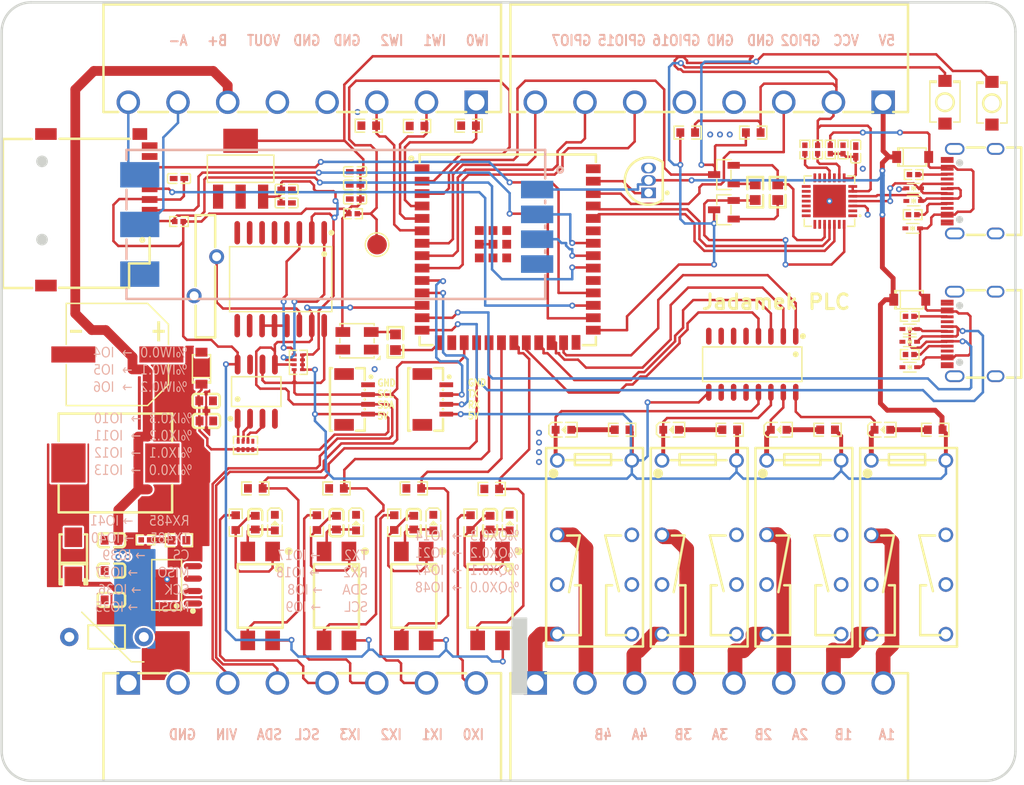
<source format=kicad_pcb>
(kicad_pcb (version 20241229) (generator "pcbnew") (generator_version "9.0")
  (layers (0 "F.Cu" signal "Top Layer") (2 "B.Cu" signal "Bottom Layer") (13 "F.Paste" user "Top Paste Mask Layer") (15 "B.Paste" user "Bottom Paste Mask Layer") (5 "F.SilkS" user "Top Silkscreen Layer") (7 "B.SilkS" user "Bottom Silkscreen Layer") (1 "F.Mask" user "Top Solder Mask Layer") (3 "B.Mask" user "Bottom Solder Mask Layer") (25 "Edge.Cuts" user "Multi-Layer"))
  (net 0 "")
  (net 1 "GPIO1")
  (net 2 "GPIO7")
  (net 3 "GPIO15")
  (net 4 "GPIO16")
  (net 5 "GPIO2")
  (net 6 "%IW0.2")
  (net 7 "%IW0.1")
  (net 8 "%IW0.0")
  (net 9 "RGB_CTRL")
  (net 10 "$3N16979")
  (net 11 "$3N16978")
  (net 12 "GPIO3")
  (net 13 "CHIP_PU")
  (net 14 "CS")
  (net 15 "MOSI")
  (net 16 "SCK")
  (net 17 "MISO")
  (net 18 "RX485")
  (net 19 "TX485")
  (net 20 "A485")
  (net 21 "B485")
  (net 22 "$3N15320")
  (net 23 "$3N15314")
  (net 24 "SDA")
  (net 25 "SCL")
  (net 26 "32K")
  (net 27 "SQW")
  (net 28 "$3N15033")
  (net 29 "$3N15178")
  (net 30 "RX2")
  (net 31 "TX2")
  (net 32 "GPIO0")
  (net 33 "$3N11749")
  (net 34 "DTR")
  (net 35 "U0RXD")
  (net 36 "U0TXD")
  (net 37 "RTS")
  (net 38 "$3N11546")
  (net 39 "$3N11544")
  (net 40 "$3N11552")
  (net 41 "GPIO20")
  (net 42 "GPIO19")
  (net 43 "CC3")
  (net 44 "CC4")
  (net 45 "CC2")
  (net 46 "USB_DP")
  (net 47 "USB_DN")
  (net 48 "CC1")
  (net 49 "VBUS")
  (net 50 "$3N6980")
  (net 51 "$3N6979")
  (net 52 "$3N6977")
  (net 53 "$3N6978")
  (net 54 "VIN")
  (net 55 "%IX0.3")
  (net 56 "%IX0.2")
  (net 57 "%IX0.1")
  (net 58 "VCC")
  (net 59 "OUT4")
  (net 60 "OUT3")
  (net 61 "OUT2")
  (net 62 "%IX0.0")
  (net 63 "OUT1")
  (net 64 "$3N3442")
  (net 65 "$3N3447")
  (net 66 "$3N3423")
  (net 67 "$3N3428")
  (net 68 "$3N2913")
  (net 69 "$3N2918")
  (net 70 "$3N2519")
  (net 71 "$3N2521")
  (net 72 "%QX0.0")
  (net 73 "%QX0.1")
  (net 74 "%QX0.2")
  (net 75 "%QX0.3")
  (net 76 "GND")
  (net 77 "$3N2012")
  (net 78 "$3N1805")
  (net 79 "$3N1598")
  (net 80 "$3N428")
  (net 81 "RLY4B")
  (net 82 "RLY4A")
  (net 83 "RLY4")
  (net 84 "RLY3B")
  (net 85 "RLY3A")
  (net 86 "RLY3")
  (net 87 "RLY2B")
  (net 88 "RLY2A")
  (net 89 "RLY2")
  (net 90 "RLY1B")
  (net 91 "RLY1A")
  (net 92 "RLY1")
  (net 93 "+5V")
  (footprint "PLC:CONN-SMD_4P-P1.00_ZX-SH1.0-4PLN" (layer "F.Cu") (at 137.3 104.1 -90)
    (property "Reference" "U40" (hide yes))
    (property "Value" "")
  )
  (footprint "PLC:LED0603-RD" (layer "F.Cu") (at 191.1 107.2)
    (property "Reference" "LED1" (hide yes))
    (property "Value" "")
  )
  (footprint "PLC:C0603" (layer "F.Cu") (at 143.2 116.7 90)
    (property "Reference" "C2" (hide yes))
    (property "Value" "")
  )
  (footprint "PLC:R0402" (layer "F.Cu") (at 193.9 99.5 180)
    (property "Reference" "R52" (hide yes))
    (property "Value" "")
  )
  (footprint "PLC:LED0603-RD" (layer "F.Cu") (at 137.3 116.7 -90)
    (property "Reference" "LED7" (hide yes))
    (property "Value" "")
  )
  (footprint "PLC:CONN-TH_8P-P5.08_HT508R-5.08-8P" (layer "F.Cu") (at 173.4 133.1)
    (property "Reference" "CN1" (hide yes))
    (property "Value" "")
  )
  (footprint "PLC:C0402" (layer "F.Cu") (at 137.198 82.164)
    (property "Reference" "C24" (hide yes))
    (property "Value" "")
  )
  (footprint "PLC:SOD-123_L2.7-W1.6-LS3.7-RD" (layer "F.Cu") (at 193.9 93.9)
    (property "Reference" "D23" (hide yes))
    (property "Value" "")
  )
  (footprint "PLC:MOV" (layer "F.Cu") (at 111.8 128.4)
    (property "Reference" "1" (hide yes))
    (property "Value" "")
  )
  (footprint "PLC:R0603" (layer "F.Cu") (at 148.8 76.1)
    (property "Reference" "R64" (hide yes))
    (property "Value" "")
  )
  (footprint "PLC:SOD-523_L1.2-W0.8-LS1.6-BI" (layer "F.Cu") (at 194.3 82.5)
    (property "Reference" "U33" (hide yes))
    (property "Value" "")
  )
  (footprint "PLC:USB-C_SMD-TYPE-C-31-M-12" (layer "F.Cu") (at 200.2 97.4 90)
    (property "Reference" "USBC2" (hide yes))
    (property "Value" "")
    (fp_poly (pts (xy 3.271792 -1.254447) (xy 3.246455 -1.349006) (xy 3.197508 -1.433786) (xy 3.128286 -1.503008) (xy 3.043506 -1.551955) (xy 2.948947 -1.577292) (xy 2.851053 -1.577292) (xy 2.756494 -1.551955) (xy 2.671714 -1.503008) (xy 2.602492 -1.433786) (xy 2.553545 -1.349006) (xy 2.528208 -1.254447) (xy 2.528208 -1.156553) (xy 2.553545 -1.061994) (xy 2.602492 -0.977214) (xy 2.671714 -0.907992) (xy 2.756494 -0.859045) (xy 2.851053 -0.833708) (xy 2.948947 -0.833708) (xy 3.043506 -0.859045) (xy 3.128286 -0.907992) (xy 3.197508 -0.977214) (xy 3.246455 -1.061994) (xy 3.271792 -1.156553)) (fill yes) (layer "Edge.Cuts"))
    (fp_poly (pts (xy -2.528208 -1.254447) (xy -2.553545 -1.349006) (xy -2.602492 -1.433786) (xy -2.671714 -1.503008) (xy -2.756494 -1.551955) (xy -2.851053 -1.577292) (xy -2.948947 -1.577292) (xy -3.043506 -1.551955) (xy -3.128286 -1.503008) (xy -3.197508 -1.433786) (xy -3.246455 -1.349006) (xy -3.271792 -1.254447) (xy -3.271792 -1.156553) (xy -3.246455 -1.061994) (xy -3.197508 -0.977214) (xy -3.128286 -0.907992) (xy -3.043506 -0.859045) (xy -2.948947 -0.833708) (xy -2.851053 -0.833708) (xy -2.756494 -0.859045) (xy -2.671714 -0.907992) (xy -2.602492 -0.977214) (xy -2.553545 -1.061994) (xy -2.528208 -1.156553)) (fill yes) (layer "Edge.Cuts"))
  )
  (footprint "PLC:C0402" (layer "F.Cu") (at 137.2 80.8)
    (property "Reference" "C25" (hide yes))
    (property "Value" "")
  )
  (footprint "PLC:R0603" (layer "F.Cu") (at 177.9 76.8)
    (property "Reference" "R66" (hide yes))
    (property "Value" "")
  )
  (footprint "PLC:R0402" (layer "F.Cu") (at 137 85.1)
    (property "Reference" "R57" (hide yes))
    (property "Value" "")
  )
  (footprint "PLC:C0402" (layer "F.Cu") (at 130.2 84 180)
    (property "Reference" "C27" (hide yes))
    (property "Value" "")
  )
  (footprint "PLC:SOD-523_L1.2-W0.8-LS1.6-BI" (layer "F.Cu") (at 194.3 83.8)
    (property "Reference" "U32" (hide yes))
    (property "Value" "")
  )
  (footprint "PLC:LED0603-RD" (layer "F.Cu") (at 180.5 107.2)
    (property "Reference" "LED2" (hide yes))
    (property "Value" "")
  )
  (footprint "PLC:SW-SMD_L3.9-W3.0-P4.45" (layer "F.Cu") (at 202.3 73.8 90)
    (property "Reference" "RST" (hide yes))
    (property "Value" "")
  )
  (footprint "PLC:R0402" (layer "F.Cu") (at 119.2 85.9 180)
    (property "Reference" "R58" (hide yes))
    (property "Value" "")
  )
  (footprint "PLC:C0603" (layer "F.Cu") (at 121.9755 104.246 180)
    (property "Reference" "C21" (hide yes))
    (property "Value" "")
  )
  (footprint "PLC:R0603" (layer "F.Cu") (at 119.2 118.5)
    (property "Reference" "R47" (hide yes))
    (property "Value" "")
  )
  (footprint "PLC:R0603" (layer "F.Cu") (at 180.4 82.9 90)
    (property "Reference" "R13" (hide yes))
    (property "Value" "")
  )
  (footprint "PLC:SOD-523_L1.2-W0.8-LS1.6-BI" (layer "F.Cu") (at 194.2 86.6)
    (property "Reference" "U31" (hide yes))
    (property "Value" "")
  )
  (footprint "PLC:R0603" (layer "F.Cu") (at 164.5 107.2)
    (property "Reference" "R4" (hide yes))
    (property "Value" "")
  )
  (footprint "PLC:R0402" (layer "F.Cu") (at 115.7735 118.4645)
    (property "Reference" "R59" (hide yes))
    (property "Value" "")
  )
  (footprint "PLC:C0603" (layer "F.Cu") (at 151 116.7 90)
    (property "Reference" "C1" (hide yes))
    (property "Value" "")
  )
  (footprint "PLC:R0402" (layer "F.Cu") (at 183.1775 78.5345 -90)
    (property "Reference" "R54" (hide yes))
    (property "Value" "")
  )
  (footprint "PLC:CONN-SMD_4P-P1.00_ZX-SH1.0-4PLN" (layer "F.Cu") (at 145.3 104.1 -90)
    (property "Reference" "U39" (hide yes))
    (property "Value" "")
  )
  (footprint "PLC:R0603" (layer "F.Cu") (at 135.3 113.2 180)
    (property "Reference" "R10" (hide yes))
    (property "Value" "")
  )
  (footprint "PLC:R0603" (layer "F.Cu") (at 133.3 116.7 -90)
    (property "Reference" "R9" (hide yes))
    (property "Value" "")
  )
  (footprint "PLC:SOIC-16_L10.3-W7.5-P1.27-LS10.3-BL" (layer "F.Cu") (at 129.6 91.8 180)
    (property "Reference" "U6" (hide yes))
    (property "Value" "")
  )
  (footprint "PLC:R0603" (layer "F.Cu") (at 138.6 76.1 180)
    (property "Reference" "R62" (hide yes))
    (property "Value" "")
  )
  (footprint "PLC:R0603" (layer "F.Cu") (at 127 113.2 180)
    (property "Reference" "R12" (hide yes))
    (property "Value" "")
  )
  (footprint "PLC:RES-ARRAY-SMD_0402-8P-L2.0-W1.0-BL" (layer "F.Cu") (at 131.4 100.3 90)
    (property "Reference" "RN2" (hide yes))
    (property "Value" "")
  )
  (footprint "PLC:C0603" (layer "F.Cu") (at 112.3 121.6)
    (property "Reference" "C18" (hide yes))
    (property "Value" "")
  )
  (footprint "PLC:R0603" (layer "F.Cu") (at 141.33 98.2495 90)
    (property "Reference" "R16" (hide yes))
    (property "Value" "")
  )
  (footprint "PLC:C0603" (layer "F.Cu") (at 122 106.3 180)
    (property "Reference" "C20" (hide yes))
    (property "Value" "")
  )
  (footprint "PLC:SOT-223_L6.5-W3.5-P2.30-LS7.0-BR" (layer "F.Cu") (at 125.5 80.5 -90)
    (property "Reference" "U43" (hide yes))
    (property "Value" "")
  )
  (footprint "PLC:SMD-4_L6.5-W4.6-P2.54-LS10.0-TL" (layer "F.Cu") (at 143.2 124.2 -90)
    (property "Reference" "U3" (hide yes))
    (property "Value" "")
  )
  (footprint "PLC:RELAY-TH_HRS2H-S-XX" (layer "F.Cu") (at 183.08 119.22 -90)
    (property "Reference" "K6" (hide yes))
    (property "Value" "")
  )
  (footprint "PLC:SMD-4_L6.5-W4.6-P2.54-LS10.0-TL" (layer "F.Cu") (at 151 124.2 -90)
    (property "Reference" "U2" (hide yes))
    (property "Value" "")
  )
  (footprint "PLC:LED0603-RD" (layer "F.Cu") (at 129 116.7 -90)
    (property "Reference" "LED8" (hide yes))
    (property "Value" "")
  )
  (footprint "PLC:C0603" (layer "F.Cu") (at 112.3 118.5)
    (property "Reference" "C19" (hide yes))
    (property "Value" "")
  )
  (footprint "PLC:C0402" (layer "F.Cu") (at 130.2 82.6 180)
    (property "Reference" "C28" (hide yes))
    (property "Value" "")
  )
  (footprint "PLC:ESOP-8_L4.9-W3.9-P1.27-LS6.0-BL-EP-2" (layer "F.Cu") (at 117.942 123.0625 90)
    (property "Reference" "U27" (hide yes))
    (property "Value" "")
  )
  (footprint "PLC:SOD-523_L1.2-W0.8-LS1.6-BI" (layer "F.Cu") (at 193.9 96.9)
    (property "Reference" "U35" (hide yes))
    (property "Value" "")
  )
  (footprint "PLC:R0603" (layer "F.Cu") (at 141.2 116.7 -90)
    (property "Reference" "R7" (hide yes))
    (property "Value" "")
  )
  (footprint "PLC:LED0603-RD" (layer "F.Cu") (at 158.5 107.2)
    (property "Reference" "LED4" (hide yes))
    (property "Value" "")
  )
  (footprint "PLC:C0603" (layer "F.Cu") (at 135.3 116.7 90)
    (property "Reference" "C3" (hide yes))
    (property "Value" "")
  )
  (footprint "PLC:SOT-23-3_L2.9-W1.3-P1.90-LS2.4-BR" (layer "F.Cu") (at 174.9 81.1)
    (property "Reference" "Q1" (hide yes))
    (property "Value" "")
  )
  (footprint "PLC:TF-SMD_TF-PUSH" (layer "F.Cu") (at 110.9 84.7 -90)
    (property "Reference" "CARD1" (hide yes))
    (property "Value" "")
    (fp_poly (pts (xy -4.355133 5.621684) (xy -4.395672 5.47039) (xy -4.473988 5.334743) (xy -4.584743 5.223988) (xy -4.72039 5.145672) (xy -4.871684 5.105133) (xy -5.028316 5.105133) (xy -5.17961 5.145672) (xy -5.315257 5.223988) (xy -5.426012 5.334743) (xy -5.504328 5.47039) (xy -5.544867 5.621684) (xy -5.544867 5.778316) (xy -5.504328 5.92961) (xy -5.426012 6.065257) (xy -5.315257 6.176012) (xy -5.17961 6.254328) (xy -5.028316 6.294867) (xy -4.871684 6.294867) (xy -4.72039 6.254328) (xy -4.584743 6.176012) (xy -4.473988 6.065257) (xy -4.395672 5.92961) (xy -4.355133 5.778316)) (fill yes) (layer "Edge.Cuts"))
    (fp_poly (pts (xy 3.644867 5.621684) (xy 3.604328 5.47039) (xy 3.526012 5.334743) (xy 3.415257 5.223988) (xy 3.27961 5.145672) (xy 3.128316 5.105133) (xy 2.971684 5.105133) (xy 2.82039 5.145672) (xy 2.684743 5.223988) (xy 2.573988 5.334743) (xy 2.495672 5.47039) (xy 2.455133 5.621684) (xy 2.455133 5.778316) (xy 2.495672 5.92961) (xy 2.573988 6.065257) (xy 2.684743 6.176012) (xy 2.82039 6.254328) (xy 2.971684 6.294867) (xy 3.128316 6.294867) (xy 3.27961 6.254328) (xy 3.415257 6.176012) (xy 3.526012 6.065257) (xy 3.604328 5.92961) (xy 3.644867 5.778316)) (fill yes) (layer "Edge.Cuts"))
  )
  (footprint "PLC:RES-ARRAY-SMD_0402-8P-L2.0-W1.0-BL" (layer "F.Cu") (at 126 108.8 180)
    (property "Reference" "RN1" (hide yes))
    (property "Value" "")
  )
  (footprint "PLC:TP-SMD" (layer "F.Cu") (at 139.4485 88.2645)
    (property "Reference" "ESP_3V3" (hide yes))
    (property "Value" "")
  )
  (footprint "PLC:R0603" (layer "F.Cu") (at 178.1 82.9 -90)
    (property "Reference" "R60" (hide yes))
    (property "Value" "")
  )
  (footprint "PLC:R0603" (layer "F.Cu") (at 125 116.7 -90)
    (property "Reference" "R11" (hide yes))
    (property "Value" "")
  )
  (footprint "PLC:R0603" (layer "F.Cu") (at 149 116.7 -90)
    (property "Reference" "R5" (hide yes))
    (property "Value" "")
  )
  (footprint "PLC:R0603" (layer "F.Cu") (at 175.5 107.2)
    (property "Reference" "R3" (hide yes))
    (property "Value" "")
  )
  (footprint "PLC:QFN-28_L5.0-W5.0-P0.50-TL-EP3.3" (layer "F.Cu") (at 185.695 83.8125 180)
    (property "Reference" "U30" (hide yes))
    (property "Value" "")
  )
  (footprint "PLC:R0402" (layer "F.Cu") (at 187.078 78.5345 -90)
    (property "Reference" "R56" (hide yes))
    (property "Value" "")
  )
  (footprint "PLC:CONN-TH_8P-P5.08_HT508R-5.08-8P" (layer "F.Cu") (at 131.8 73.7 180)
    (property "Reference" "CN6" (hide yes))
    (property "Value" "")
  )
  (footprint "PLC:R0603" (layer "F.Cu") (at 185.5 107.2)
    (property "Reference" "R2" (hide yes))
    (property "Value" "")
  )
  (footprint "PLC:SOD-123_L2.7-W1.6-LS3.7-RD" (layer "F.Cu") (at 121.5 100.9 90)
    (property "Reference" "D11" (hide yes))
    (property "Value" "")
  )
  (footprint "PLC:TO-92-3_L4.8-W3.7-P1.27-L" (layer "F.Cu") (at 167.2 81.7 90)
    (property "Reference" "U42" (hide yes))
    (property "Value" "")
  )
  (footprint "PLC:SOIC-8_L4.9-W3.9-P1.27-LS6.0-BL" (layer "F.Cu") (at 127.1 103.3)
    (property "Reference" "U37" (hide yes))
    (property "Value" "")
  )
  (footprint "PLC:R0402" (layer "F.Cu") (at 185.778 78.5345 -90)
    (property "Reference" "R55" (hide yes))
    (property "Value" "")
  )
  (footprint "PLC:RELAY-TH_HRS2H-S-XX" (layer "F.Cu") (at 193.78 119.22 -90)
    (property "Reference" "K5" (hide yes))
    (property "Value" "")
  )
  (footprint "PLC:USB-C_SMD-TYPE-C-31-M-12" (layer "F.Cu") (at 200.2 82.8 90)
    (property "Reference" "USBC1" (hide yes))
    (property "Value" "")
    (fp_poly (pts (xy 3.271792 -1.254447) (xy 3.246455 -1.349006) (xy 3.197508 -1.433786) (xy 3.128286 -1.503008) (xy 3.043506 -1.551955) (xy 2.948947 -1.577292) (xy 2.851053 -1.577292) (xy 2.756494 -1.551955) (xy 2.671714 -1.503008) (xy 2.602492 -1.433786) (xy 2.553545 -1.349006) (xy 2.528208 -1.254447) (xy 2.528208 -1.156553) (xy 2.553545 -1.061994) (xy 2.602492 -0.977214) (xy 2.671714 -0.907992) (xy 2.756494 -0.859045) (xy 2.851053 -0.833708) (xy 2.948947 -0.833708) (xy 3.043506 -0.859045) (xy 3.128286 -0.907992) (xy 3.197508 -0.977214) (xy 3.246455 -1.061994) (xy 3.271792 -1.156553)) (fill yes) (layer "Edge.Cuts"))
    (fp_poly (pts (xy -2.528208 -1.254447) (xy -2.553545 -1.349006) (xy -2.602492 -1.433786) (xy -2.671714 -1.503008) (xy -2.756494 -1.551955) (xy -2.851053 -1.577292) (xy -2.948947 -1.577292) (xy -3.043506 -1.551955) (xy -3.128286 -1.503008) (xy -3.197508 -1.433786) (xy -3.246455 -1.349006) (xy -3.271792 -1.254447) (xy -3.271792 -1.156553) (xy -3.246455 -1.061994) (xy -3.197508 -0.977214) (xy -3.128286 -0.907992) (xy -3.043506 -0.859045) (xy -2.948947 -0.833708) (xy -2.851053 -0.833708) (xy -2.756494 -0.859045) (xy -2.671714 -0.907992) (xy -2.602492 -0.977214) (xy -2.553545 -1.061994) (xy -2.528208 -1.156553)) (fill yes) (layer "Edge.Cuts"))
  )
  (footprint "PLC:SOP-16_L10.2-W3.9-P1.27-LS6.0-BL" (layer "F.Cu") (at 177.8 100.5 180)
    (property "Reference" "U1" (hide yes))
    (property "Value" "")
  )
  (footprint "PLC:R0402" (layer "F.Cu") (at 193.9 95.6 180)
    (property "Reference" "R51" (hide yes))
    (property "Value" "")
  )
  (footprint "PLC:R0603" (layer "F.Cu") (at 196.5 107.2)
    (property "Reference" "R1" (hide yes))
    (property "Value" "")
  )
  (footprint "PLC:SOD-123_L2.7-W1.6-LS3.7-RD" (layer "F.Cu") (at 194.2 79.3)
    (property "Reference" "D22" (hide yes))
    (property "Value" "")
  )
  (footprint "PLC:SMD-4_L6.5-W4.6-P2.54-LS10.0-TL" (layer "F.Cu") (at 135.3 124.2 -90)
    (property "Reference" "U4" (hide yes))
    (property "Value" "")
  )
  (footprint "PLC:R0402" (layer "F.Cu") (at 194.3 81.1 180)
    (property "Reference" "R49" (hide yes))
    (property "Value" "")
  )
  (footprint "PLC:SOD-523_L1.2-W0.8-LS1.6-BI" (layer "F.Cu") (at 193.9 100.8)
    (property "Reference" "U34" (hide yes))
    (property "Value" "")
  )
  (footprint "PLC:BAT-TH_CR1220ZTV02-4" (layer "F.Cu") (at 121.9 91.5 90)
    (property "Reference" "U38" (hide yes))
    (property "Value" "")
  )
  (footprint "PLC:LED0603-RD" (layer "F.Cu") (at 145.2 116.7 -90)
    (property "Reference" "LED6" (hide yes))
    (property "Value" "")
  )
  (footprint "PLC:R0603" (layer "F.Cu") (at 143.2 113.2 180)
    (property "Reference" "R8" (hide yes))
    (property "Value" "")
  )
  (footprint "PLC:C0603" (layer "F.Cu") (at 112.3 124.6)
    (property "Reference" "C16" (hide yes))
    (property "Value" "")
  )
  (footprint "PLC:CONN-TH_8P-P5.08_HT508R-5.08-8P" (layer "F.Cu") (at 131.8 133.1)
    (property "Reference" "CN7" (hide yes))
    (property "Value" "")
  )
  (footprint "PLC:C0603" (layer "F.Cu") (at 127 116.7 90)
    (property "Reference" "C4" (hide yes))
    (property "Value" "")
  )
  (footprint "PLC:C0402" (layer "F.Cu") (at 119.2 81.5)
    (property "Reference" "C26" (hide yes))
    (property "Value" "")
  )
  (footprint "PLC:SOT-23-3_L2.9-W1.3-P1.90-LS2.4-BR" (layer "F.Cu") (at 174.9 84.7)
    (property "Reference" "Q2" (hide yes))
    (property "Value" "")
  )
  (footprint "PLC:SMA_L4.2-W2.7-LS5.0-RD" (layer "F.Cu") (at 108.4 120.2 90)
    (property "Reference" "D21" (hide yes))
    (property "Value" "")
  )
  (footprint "PLC:R0603" (layer "F.Cu") (at 171.2 76.8)
    (property "Reference" "R65" (hide yes))
    (property "Value" "")
  )
  (footprint "PLC:C0402" (layer "F.Cu") (at 188.378 78.7345 -90)
    (property "Reference" "C23" (hide yes))
    (property "Value" "")
  )
  (footprint "PLC:LED0603-RD" (layer "F.Cu") (at 153 116.7 -90)
    (property "Reference" "LED5" (hide yes))
    (property "Value" "")
  )
  (footprint "PLC:C0402" (layer "F.Cu") (at 137.2 83.6)
    (property "Reference" "C22" (hide yes))
    (property "Value" "")
  )
  (footprint "PLC:R0402" (layer "F.Cu") (at 184.478 78.5345 -90)
    (property "Reference" "R53" (hide yes))
    (property "Value" "")
  )
  (footprint "PLC:LED0603-RD" (layer "F.Cu") (at 169.5 107.2)
    (property "Reference" "LED3" (hide yes))
    (property "Value" "")
  )
  (footprint "PLC:R0603" (layer "F.Cu") (at 143.537 76.1265 180)
    (property "Reference" "R63" (hide yes))
    (property "Value" "")
  )
  (footprint "PLC:IND-SMD_L11.6-W10.1" (layer "F.Cu") (at 112.7 110.6)
    (property "Reference" "U28" (hide yes))
    (property "Value" "")
  )
  (footprint "PLC:RELAY-TH_HRS2H-S-XX" (layer "F.Cu") (at 161.68 119.22 -90)
    (property "Reference" "K8" (hide yes))
    (property "Value" "")
  )
  (footprint "PLC:WIRELM-SMD_ESP32-S3-WROOM-1U" (layer "F.Cu") (at 152.8 89.4)
    (property "Reference" "U29" (hide yes))
    (property "Value" "")
  )
  (footprint "PLC:CONN-TH_8P-P5.08_HT508R-5.08-8P" (layer "F.Cu") (at 173.4 73.7 180)
    (property "Reference" "CN5" (hide yes))
    (property "Value" "")
  )
  (footprint "PLC:LED-SMD_4P-L3.5-W3.5-BR_SK6812MINI-HS" (layer "F.Cu") (at 137.4 98.1)
    (property "Reference" "U41" (hide yes))
    (property "Value" "")
  )
  (footprint "PLC:SW-SMD_L3.9-W3.0-P4.45" (layer "F.Cu") (at 197.5 73.7 90)
    (property "Reference" "BOOT" (hide yes))
    (property "Value" "")
  )
  (footprint "PLC:CAP-SMD_BD10.0-L10.3-W10.3-LS11.3-FD" (layer "F.Cu") (at 112.9 99.5 180)
    (property "Reference" "C17" (hide yes))
    (property "Value" "")
  )
  (footprint "PLC:RELAY-TH_HRS2H-S-XX" (layer "F.Cu") (at 172.38 119.22 -90)
    (property "Reference" "K7" (hide yes))
    (property "Value" "")
  )
  (footprint "PLC:SMD-4_L6.5-W4.6-P2.54-LS10.0-TL" (layer "F.Cu") (at 127.5 124.2 -90)
    (property "Reference" "U5" (hide yes))
    (property "Value" "")
  )
  (footprint "PLC:R0603" (layer "F.Cu") (at 151.1685 113.2515 180)
    (property "Reference" "R6" (hide yes))
    (property "Value" "")
  )
  (footprint "PLC:R0402" (layer "F.Cu") (at 194.2 85.2 180)
    (property "Reference" "R50" (hide yes))
    (property "Value" "")
  )
  (footprint "PLC:SOD-523_L1.2-W0.8-LS1.6-BI" (layer "F.Cu") (at 193.9 98.2)
    (property "Reference" "U36" (hide yes))
    (property "Value" "")
  )
  (footprint "PLC:SMD-7_L42.8-W15.2-P2.54_TTL485" (layer "B.Cu") (at 135.5 86.2 180)
    (property "Reference" "U14" (hide yes))
    (property "Value" "")
  )
  (gr_arc (start 204.7 140.1) (mid 203.82132 142.22132) (end 201.7 143.1) (stroke (width 0.254)) (layer "Edge.Cuts"))
  (gr_arc (start 201.7 63.485) (mid 203.82132 64.36368) (end 204.7 66.485) (stroke (width 0.254)) (layer "Edge.Cuts"))
  (gr_arc (start 104.08 143.1) (mid 101.95868 142.22132) (end 101.08 140.1) (stroke (width 0.254)) (layer "Edge.Cuts"))
  (gr_line (start 104.08 63.485) (end 201.7 63.485) (stroke (width 0.254)) (layer "Edge.Cuts"))
  (gr_line (start 104.08 143.1) (end 201.7 143.1) (stroke (width 0.254)) (layer "Edge.Cuts"))
  (gr_arc (start 101.08 66.485) (mid 101.95868 64.36368) (end 104.08 63.485) (stroke (width 0.254)) (layer "Edge.Cuts"))
  (gr_line (start 204.7 66.485) (end 204.7 140.1) (stroke (width 0.254)) (layer "Edge.Cuts"))
  (gr_line (start 101.08 66.485) (end 101.08 140.1) (stroke (width 0.254)) (layer "Edge.Cuts"))
  (gr_text "Jadamek PLC\n" (at 172.5 95 0) (layer "F.SilkS") (effects (font (size 1.5 1.5) (thickness 0.3) (bold yes)) (justify left bottom)))
  (gr_text "GND\nTX\nRX\n5V" (at 148.6535 106.181 0) (layer "F.SilkS") (effects (font (size 0.7 0.6) (thickness 0.203)) (justify left bottom)))
  (gr_text "GND\nSCL\nSDA\n5V" (at 139.4 106.2 0) (layer "F.SilkS") (effects (font (size 0.7 0.6) (thickness 0.203)) (justify left bottom)))
  (gr_text "IX0   IX1   IX2   IX3   SCL  SDA   VIN   GND" (at 150.5 139 -0) (layer "B.SilkS") (effects (font (size 1.05 0.9) (thickness 0.203)) (justify left bottom mirror)))
  (gr_text "TX2      → IO17\nRX2      → IO18\nSDA     → IO8\nSCL      → IO9\n" (at 138.5 126 -0) (layer "B.SilkS") (effects (font (size 1.05 0.9) (thickness 0.203)) (justify left bottom mirror)))
  (gr_text "%IX0.3  →  IO10\n%IX0.2  →  IO11\n%IX0.1  →  IO12\n%IX0.0  →  IO13" (at 120.559 112 -0) (layer "B.SilkS") (effects (font (size 1.05 0.9) (thickness 0.203)) (justify left bottom mirror)))
  (gr_text "IW0   IW1   IW2   GND  GND  VOUT   B+   A-" (at 151 68 -0) (layer "B.SilkS") (effects (font (size 1.05 0.9) (thickness 0.203)) (justify left bottom mirror)))
  (gr_text "RX485    → IO41\nTX485    → IO40\nCS       → IO39\nMISO     → IO37\nSCK      → IO36\nMOSI     → IO35\n" (at 120.2615 126 -0) (layer "B.SilkS") (effects (font (size 1.05 0.9) (thickness 0.203)) (justify left bottom mirror)))
  (gr_text "%IW0.0  →  IO4\n%IW0.1  →  IO5\n%IW0.2  →  IO6" (at 120.059 103.5 -0) (layer "B.SilkS") (effects (font (size 1.05 0.9) (thickness 0.203)) (justify left bottom mirror)))
  (gr_text "%QX0.3  →  IO14\n%QX0.2  →  IO21\n%QX0.1  →  IO47\n%QX0.0  →  IO48" (at 154 124 -0) (layer "B.SilkS") (effects (font (size 1.05 0.9) (thickness 0.203)) (justify left bottom mirror)))
  (gr_text "1A    1B    2A   2B    3A   3B    4A   4B" (at 192.5 139 -0) (layer "B.SilkS") (effects (font (size 1.05 0.9) (thickness 0.203)) (justify left bottom mirror)))
  (gr_text "5V   VCC  GPIO2 GND  GND GPIO16 GPIO15 GPIO7" (at 192.5 68 -0) (layer "B.SilkS") (effects (font (size 1.05 0.9) (thickness 0.203)) (justify left bottom mirror)))
  (via (at 139.2 101) (size 0.61) (drill 0.305) (layers "F.Cu" "B.Cu") (net 0))
  (via (at 156 108.5) (size 0.61) (drill 0.305) (layers "F.Cu" "B.Cu") (net 0))
  (via (at 174.5 77) (size 0.61) (drill 0.305) (layers "F.Cu" "B.Cu") (net 0))
  (via (at 173.5 77) (size 0.61) (drill 0.305) (layers "F.Cu" "B.Cu") (net 0))
  (via (at 113.0145 120.2) (size 0.61) (drill 0.305) (layers "F.Cu" "B.Cu") (net 0))
  (via (at 156 107.5) (size 0.61) (drill 0.305) (layers "F.Cu" "B.Cu") (net 0))
  (via (at 156 110.5) (size 0.61) (drill 0.305) (layers "F.Cu" "B.Cu") (net 0))
  (via (at 156 109.5) (size 0.61) (drill 0.305) (layers "F.Cu" "B.Cu") (net 0))
  (via (at 189.1 80.5) (size 0.61) (drill 0.305) (layers "F.Cu" "B.Cu") (net 0))
  (via (at 137.452 74.7) (size 0.61) (drill 0.305) (layers "F.Cu" "B.Cu") (net 0))
  (via (at 113.952 120.2) (size 0.61) (drill 0.305) (layers "F.Cu" "B.Cu") (net 0))
  (via (at 175.5 77) (size 0.61) (drill 0.305) (layers "F.Cu" "B.Cu") (net 0))
  (segment (start 161.55 81.775) (end 164.575 81.775) (width 0.254) (layer "F.Cu") (net 1))
  (segment (start 165.8 83) (end 167.17 83) (width 0.254) (layer "F.Cu") (net 1))
  (segment (start 164.575 81.775) (end 165.8 83) (width 0.254) (layer "F.Cu") (net 1))
  (segment (start 167.17 83) (end 167.2 82.97) (width 0.254) (layer "F.Cu") (net 1))
  (segment (start 155.62 79.28) (end 155.62 73.7) (width 0.254) (layer "F.Cu") (net 2))
  (segment (start 147.2 87.7) (end 147.2 81.1) (width 0.254) (layer "F.Cu") (net 2))
  (segment (start 144.05 88.125) (end 146.775 88.125) (width 0.254) (layer "F.Cu") (net 2))
  (segment (start 147.2 81.1) (end 148.2 80.1) (width 0.254) (layer "F.Cu") (net 2))
  (segment (start 154.8 80.1) (end 155.62 79.28) (width 0.254) (layer "F.Cu") (net 2))
  (segment (start 146.775 88.125) (end 147.2 87.7) (width 0.254) (layer "F.Cu") (net 2))
  (segment (start 148.2 80.1) (end 154.8 80.1) (width 0.254) (layer "F.Cu") (net 2))
  (segment (start 148.5 80.6) (end 147.7 81.4) (width 0.254) (layer "F.Cu") (net 3))
  (segment (start 147.7 81.4) (end 147.7 88.9) (width 0.254) (layer "F.Cu") (net 3))
  (segment (start 157.4 80.6) (end 148.5 80.6) (width 0.254) (layer "F.Cu") (net 3))
  (segment (start 158.8 77.8) (end 157.9 78.7) (width 0.254) (layer "F.Cu") (net 3))
  (segment (start 147.2 89.4) (end 144.055 89.4) (width 0.254) (layer "F.Cu") (net 3))
  (segment (start 144.055 89.4) (end 144.05 89.395) (width 0.254) (layer "F.Cu") (net 3))
  (segment (start 160.7 77.4) (end 160.3 77.8) (width 0.254) (layer "F.Cu") (net 3))
  (segment (start 147.7 88.9) (end 147.2 89.4) (width 0.254) (layer "F.Cu") (net 3))
  (segment (start 157.9 80.1) (end 157.4 80.6) (width 0.254) (layer "F.Cu") (net 3))
  (segment (start 160.3 77.8) (end 158.8 77.8) (width 0.254) (layer "F.Cu") (net 3))
  (segment (start 160.7 73.7) (end 160.7 77.4) (width 0.254) (layer "F.Cu") (net 3))
  (segment (start 157.9 78.7) (end 157.9 80.1) (width 0.254) (layer "F.Cu") (net 3))
  (segment (start 159 78.4) (end 165.1 78.4) (width 0.254) (layer "F.Cu") (net 4))
  (segment (start 158.4 80.3) (end 158.4 79) (width 0.254) (layer "F.Cu") (net 4))
  (segment (start 165.1 78.4) (end 165.78 77.72) (width 0.254) (layer "F.Cu") (net 4))
  (segment (start 144.05 90.665) (end 147.835 90.665) (width 0.254) (layer "F.Cu") (net 4))
  (segment (start 165.78 77.72) (end 165.78 73.7) (width 0.254) (layer "F.Cu") (net 4))
  (segment (start 147.835 90.665) (end 148.2 90.3) (width 0.254) (layer "F.Cu") (net 4))
  (segment (start 148.2 90.3) (end 148.2 81.7) (width 0.254) (layer "F.Cu") (net 4))
  (segment (start 157.6 81.1) (end 158.4 80.3) (width 0.254) (layer "F.Cu") (net 4))
  (segment (start 158.4 79) (end 159 78.4) (width 0.254) (layer "F.Cu") (net 4))
  (segment (start 148.8 81.1) (end 157.6 81.1) (width 0.254) (layer "F.Cu") (net 4))
  (segment (start 148.2 81.7) (end 148.8 81.1) (width 0.254) (layer "F.Cu") (net 4))
  (segment (start 174.6 82.1) (end 174.9 81.8) (width 0.254) (layer "F.Cu") (net 5))
  (segment (start 174.9 79.4) (end 175.5 78.8) (width 0.254) (layer "F.Cu") (net 5))
  (segment (start 175.5 78.8) (end 181.02 78.8) (width 0.254) (layer "F.Cu") (net 5))
  (segment (start 164.345 83.045) (end 165.4 84.1) (width 0.254) (layer "F.Cu") (net 5))
  (segment (start 172.4 82.4) (end 172.7 82.1) (width 0.254) (layer "F.Cu") (net 5))
  (segment (start 161.55 83.045) (end 164.345 83.045) (width 0.254) (layer "F.Cu") (net 5))
  (segment (start 172.4 83) (end 172.4 82.4) (width 0.254) (layer "F.Cu") (net 5))
  (segment (start 174.9 81.8) (end 174.9 79.4) (width 0.254) (layer "F.Cu") (net 5))
  (segment (start 171.3 84.1) (end 172.4 83) (width 0.254) (layer "F.Cu") (net 5))
  (segment (start 181.02 78.8) (end 181.02 73.7) (width 0.254) (layer "F.Cu") (net 5))
  (segment (start 172.7 82.1) (end 174.6 82.1) (width 0.254) (layer "F.Cu") (net 5))
  (segment (start 165.4 84.1) (end 171.3 84.1) (width 0.254) (layer "F.Cu") (net 5))
  (segment (start 141.2 78.1) (end 140.3 77.2) (width 0.254) (layer "F.Cu") (net 6))
  (segment (start 139.4 76.9) (end 139.4 73.72) (width 0.254) (layer "F.Cu") (net 6))
  (segment (start 141.8 86.8) (end 141.2 86.2) (width 0.254) (layer "F.Cu") (net 6))
  (segment (start 141.2 86.2) (end 141.2 78.1) (width 0.254) (layer "F.Cu") (net 6))
  (segment (start 139.4 73.72) (end 139.42 73.7) (width 0.254) (layer "F.Cu") (net 6))
  (segment (start 144.05 86.855) (end 143.995 86.8) (width 0.254) (layer "F.Cu") (net 6))
  (segment (start 140.3 77.2) (end 139.7 77.2) (width 0.254) (layer "F.Cu") (net 6))
  (segment (start 139.7 77.2) (end 139.4 76.9) (width 0.254) (layer "F.Cu") (net 6))
  (segment (start 143.995 86.8) (end 141.8 86.8) (width 0.254) (layer "F.Cu") (net 6))
  (segment (start 144.5 73.7) (end 144.5 76.9) (width 0.254) (layer "F.Cu") (net 7))
  (segment (start 144.2 77.2) (end 142.6 77.2) (width 0.254) (layer "F.Cu") (net 7))
  (segment (start 142.3 85.6) (end 144.035 85.6) (width 0.254) (layer "F.Cu") (net 7))
  (segment (start 142.6 77.2) (end 141.8 78) (width 0.254) (layer "F.Cu") (net 7))
  (segment (start 144.035 85.6) (end 144.05 85.585) (width 0.254) (layer "F.Cu") (net 7))
  (segment (start 141.8 78) (end 141.8 85.1) (width 0.254) (layer "F.Cu") (net 7))
  (segment (start 144.5 76.9) (end 144.2 77.2) (width 0.254) (layer "F.Cu") (net 7))
  (segment (start 141.8 85.1) (end 142.3 85.6) (width 0.254) (layer "F.Cu") (net 7))
  (segment (start 142.3 83.7) (end 142.915 84.315) (width 0.254) (layer "F.Cu") (net 8))
  (segment (start 149.58 73.7) (end 149.58 77.42) (width 0.254) (layer "F.Cu") (net 8))
  (segment (start 149.58 77.42) (end 149.2 77.8) (width 0.254) (layer "F.Cu") (net 8))
  (segment (start 142.3 78.3) (end 142.3 83.7) (width 0.254) (layer "F.Cu") (net 8))
  (segment (start 142.8 77.8) (end 142.3 78.3) (width 0.254) (layer "F.Cu") (net 8))
  (segment (start 149.2 77.8) (end 142.8 77.8) (width 0.254) (layer "F.Cu") (net 8))
  (segment (start 142.915 84.315) (end 144.05 84.315) (width 0.254) (layer "F.Cu") (net 8))
  (segment (start 138.85 97.2) (end 141.0805 97.2) (width 0.254) (layer "F.Cu") (net 9))
  (segment (start 141.0805 97.2) (end 141.33 97.4495) (width 0.254) (layer "F.Cu") (net 9))
  (segment (start 175.9 85.65) (end 180.05 85.65) (width 0.254) (layer "F.Cu") (net 10))
  (segment (start 180.05 85.65) (end 180.4 85.3) (width 0.254) (layer "F.Cu") (net 10))
  (segment (start 180.4 85.3) (end 180.4 83.7) (width 0.254) (layer "F.Cu") (net 10))
  (segment (start 175.9 82.05) (end 178.05 82.05) (width 0.254) (layer "F.Cu") (net 11))
  (segment (start 178.05 82.05) (end 178.1 82.1) (width 0.254) (layer "F.Cu") (net 11))
  (segment (start 145.0605 99.0495) (end 145.815 98.295) (width 0.254) (layer "F.Cu") (net 12))
  (segment (start 141.33 99.0495) (end 145.0605 99.0495) (width 0.254) (layer "F.Cu") (net 12))
  (segment (start 144.055 83.05) (end 144.05 83.045) (width 0.254) (layer "F.Cu") (net 13))
  (segment (start 172.6 80.1) (end 173.7765 80.1) (width 0.254) (layer "F.Cu") (net 13))
  (segment (start 153.8 79.2) (end 153.4 79.6) (width 0.254) (layer "F.Cu") (net 13))
  (segment (start 174.1 78.1) (end 177.1465 78.1) (width 0.254) (layer "F.Cu") (net 13))
  (segment (start 173.7765 80.1) (end 174 80.324) (width 0.254) (layer "F.Cu") (net 13))
  (segment (start 169.5 81.1) (end 168.8 80.4) (width 0.254) (layer "F.Cu") (net 13))
  (segment (start 173.9 81.1) (end 174 81) (width 0.254) (layer "F.Cu") (net 13))
  (segment (start 168.8 80.4) (end 168.8 72.4) (width 0.254) (layer "F.Cu") (net 13))
  (segment (start 153.4 79.6) (end 148.1 79.6) (width 0.254) (layer "F.Cu") (net 13))
  (segment (start 168.8 72.4) (end 167.9 71.5) (width 0.254) (layer "F.Cu") (net 13))
  (segment (start 196.6 68.8) (end 178.95 68.8) (width 0.254) (layer "F.Cu") (net 13))
  (segment (start 146.25 83.05) (end 144.055 83.05) (width 0.254) (layer "F.Cu") (net 13))
  (segment (start 178.95 68.8) (end 178.2 69.55) (width 0.254) (layer "F.Cu") (net 13))
  (segment (start 201.185 70.5) (end 198.3 70.5) (width 0.254) (layer "F.Cu") (net 13))
  (segment (start 174 81) (end 174 80.324) (width 0.254) (layer "F.Cu") (net 13))
  (segment (start 146.8 82.5) (end 146.25 83.05) (width 0.254) (layer "F.Cu") (net 13))
  (segment (start 174 78.2) (end 174.1 78.1) (width 0.254) (layer "F.Cu") (net 13))
  (segment (start 173.9 81.1) (end 169.5 81.1) (width 0.254) (layer "F.Cu") (net 13))
  (segment (start 154.6 71.5) (end 153.8 72.3) (width 0.254) (layer "F.Cu") (net 13))
  (segment (start 153.8 72.3) (end 153.8 79.2) (width 0.254) (layer "F.Cu") (net 13))
  (segment (start 146.8 80.9) (end 146.8 82.5) (width 0.254) (layer "F.Cu") (net 13))
  (segment (start 177.1465 78.1) (end 177.1465 76.8) (width 0.254) (layer "F.Cu") (net 13))
  (segment (start 174 80.324) (end 174 78.2) (width 0.254) (layer "F.Cu") (net 13))
  (segment (start 202.3 71.615) (end 201.185 70.5) (width 0.254) (layer "F.Cu") (net 13))
  (segment (start 148.1 79.6) (end 146.8 80.9) (width 0.254) (layer "F.Cu") (net 13))
  (segment (start 167.9 71.5) (end 154.6 71.5) (width 0.254) (layer "F.Cu") (net 13))
  (segment (start 198.3 70.5) (end 196.6 68.8) (width 0.254) (layer "F.Cu") (net 13))
  (via (at 172.6 80.1) (size 0.61) (drill 0.305) (layers "F.Cu" "B.Cu") (net 13))
  (via (at 178.2 69.55) (size 0.61) (drill 0.305) (layers "F.Cu" "B.Cu") (net 13))
  (segment (start 172.95 69.55) (end 172.6 69.9) (width 0.254) (layer "B.Cu") (net 13))
  (segment (start 178.2 69.55) (end 172.95 69.55) (width 0.254) (layer "B.Cu") (net 13))
  (segment (start 172.6 69.9) (end 172.6 80.1) (width 0.254) (layer "B.Cu") (net 13))
  (segment (start 159.4 90.6) (end 161.485 90.6) (width 0.254) (layer "F.Cu") (net 14))
  (segment (start 118.767 85.533) (end 119 85.3) (width 0.254) (layer "F.Cu") (net 14))
  (segment (start 133.0835 81.4) (end 133.6 81.9165) (width 0.254) (layer "F.Cu") (net 14))
  (segment (start 121.8 84.9) (end 121.8 81.6) (width 0.254) (layer "F.Cu") (net 14))
  (segment (start 161.485 90.6) (end 161.55 90.665) (width 0.254) (layer "F.Cu") (net 14))
  (segment (start 118.767 85.9) (end 118.767 85.533) (width 0.254) (layer "F.Cu") (net 14))
  (segment (start 116.2 85.85) (end 118.7175 85.85) (width 0.254) (layer "F.Cu") (net 14))
  (segment (start 118.7175 85.85) (end 118.767 85.9) (width 0.254) (layer "F.Cu") (net 14))
  (segment (start 119 85.3) (end 121.4 85.3) (width 0.254) (layer "F.Cu") (net 14))
  (segment (start 122 81.4) (end 133.0835 81.4) (width 0.254) (layer "F.Cu") (net 14))
  (segment (start 121.4 85.3) (end 121.8 84.9) (width 0.254) (layer "F.Cu") (net 14))
  (segment (start 121.8 81.6) (end 122 81.4) (width 0.254) (layer "F.Cu") (net 14))
  (via (at 159.4 90.6) (size 0.61) (drill 0.305) (layers "F.Cu" "B.Cu") (net 14))
  (via (at 133.6 81.9165) (size 0.61) (drill 0.305) (layers "F.Cu" "B.Cu") (net 14))
  (segment (start 151.2 90.8) (end 152.2 91.8) (width 0.254) (layer "B.Cu") (net 14))
  (segment (start 133.6 81.9165) (end 150.8165 81.9165) (width 0.254) (layer "B.Cu") (net 14))
  (segment (start 152.2 91.8) (end 159.4 91.8) (width 0.254) (layer "B.Cu") (net 14))
  (segment (start 151.2 82.3) (end 151.2 90.8) (width 0.254) (layer "B.Cu") (net 14))
  (segment (start 150.8165 81.9165) (end 151.2 82.3) (width 0.254) (layer "B.Cu") (net 14))
  (segment (start 159.4 91.8) (end 159.4 90.6) (width 0.254) (layer "B.Cu") (net 14))
  (segment (start 121.2 84.3) (end 121.2 81.3) (width 0.254) (layer "F.Cu") (net 15))
  (segment (start 116.2 84.75) (end 120.75 84.75) (width 0.254) (layer "F.Cu") (net 15))
  (segment (start 156.9 85.6) (end 156.9 95.8) (width 0.254) (layer "F.Cu") (net 15))
  (segment (start 153 85.1) (end 156.4 85.1) (width 0.254) (layer "F.Cu") (net 15))
  (segment (start 120.75 84.75) (end 121.2 84.3) (width 0.254) (layer "F.Cu") (net 15))
  (segment (start 161.495 95.8) (end 161.55 95.745) (width 0.254) (layer "F.Cu") (net 15))
  (segment (start 156.4 85.1) (end 156.9 85.6) (width 0.254) (layer "F.Cu") (net 15))
  (segment (start 121.6 80.9) (end 133.5 80.9) (width 0.254) (layer "F.Cu") (net 15))
  (segment (start 156.9 95.8) (end 161.495 95.8) (width 0.254) (layer "F.Cu") (net 15))
  (segment (start 121.2 81.3) (end 121.6 80.9) (width 0.254) (layer "F.Cu") (net 15))
  (via (at 133.5 80.9) (size 0.61) (drill 0.305) (layers "F.Cu" "B.Cu") (net 15))
  (via (at 153 85.1) (size 0.61) (drill 0.305) (layers "F.Cu" "B.Cu") (net 15))
  (segment (start 150.9 80.9) (end 153 83) (width 0.254) (layer "B.Cu") (net 15))
  (segment (start 133.5 80.9) (end 150.9 80.9) (width 0.254) (layer "B.Cu") (net 15))
  (segment (start 153 83) (end 153 85.1) (width 0.254) (layer "B.Cu") (net 15))
  (segment (start 161.525 94.5) (end 161.55 94.475) (width 0.254) (layer "F.Cu") (net 16))
  (segment (start 159.4 94.5) (end 161.525 94.5) (width 0.254) (layer "F.Cu") (net 16))
  (segment (start 116.2 82.55) (end 118.15 82.55) (width 0.254) (layer "F.Cu") (net 16))
  (segment (start 118.15 82.55) (end 118.5 82.9) (width 0.254) (layer "F.Cu") (net 16))
  (via (at 118.5 82.9) (size 0.61) (drill 0.305) (layers "F.Cu" "B.Cu") (net 16))
  (via (at 159.4 94.5) (size 0.61) (drill 0.305) (layers "F.Cu" "B.Cu") (net 16))
  (segment (start 150.5 94.5) (end 159.4 94.5) (width 0.254) (layer "B.Cu") (net 16))
  (segment (start 118.5 82.9) (end 149.9 82.9) (width 0.254) (layer "B.Cu") (net 16))
  (segment (start 149.9 82.9) (end 150.5 83.5) (width 0.254) (layer "B.Cu") (net 16))
  (segment (start 150.5 83.5) (end 150.5 94.5) (width 0.254) (layer "B.Cu") (net 16))
  (segment (start 161.55 93.205) (end 158 93.205) (width 0.254) (layer "F.Cu") (net 17))
  (segment (start 133.15 80.35) (end 133.7 79.8) (width 0.254) (layer "F.Cu") (net 17))
  (segment (start 158 82.6) (end 157.3 81.9) (width 0.254) (layer "F.Cu") (net 17))
  (segment (start 157.3 81.9) (end 153 81.9) (width 0.254) (layer "F.Cu") (net 17))
  (segment (start 116.2 80.35) (end 133.15 80.35) (width 0.254) (layer "F.Cu") (net 17))
  (segment (start 158 93.205) (end 158 82.6) (width 0.254) (layer "F.Cu") (net 17))
  (via (at 153 81.9) (size 0.61) (drill 0.305) (layers "F.Cu" "B.Cu") (net 17))
  (via (at 133.7 79.8) (size 0.61) (drill 0.305) (layers "F.Cu" "B.Cu") (net 17))
  (segment (start 150.9 79.8) (end 133.7 79.8) (width 0.254) (layer "B.Cu") (net 17))
  (segment (start 153 81.9) (end 150.9 79.8) (width 0.254) (layer "B.Cu") (net 17))
  (segment (start 161.55 88.125) (end 161.525 88.1) (width 0.254) (layer "F.Cu") (net 18))
  (segment (start 161.525 88.1) (end 159.4 88.1) (width 0.254) (layer "F.Cu") (net 18))
  (via (at 159.4 88.1) (size 0.61) (drill 0.305) (layers "F.Cu" "B.Cu") (net 18))
  (segment (start 159.4 88.1) (end 159.2 87.9) (width 0.254) (layer "B.Cu") (net 18))
  (segment (start 159.2 87.9) (end 159.2 85.17) (width 0.254) (layer "B.Cu") (net 18))
  (segment (start 159.2 85.17) (end 155.8095 85.17) (width 0.254) (layer "B.Cu") (net 18))
  (segment (start 161.545 89.4) (end 161.55 89.395) (width 0.254) (layer "F.Cu") (net 19))
  (segment (start 159.4 89.4) (end 161.545 89.4) (width 0.254) (layer "F.Cu") (net 19))
  (via (at 159.4 89.4) (size 0.61) (drill 0.305) (layers "F.Cu" "B.Cu") (net 19))
  (segment (start 157.91 87.71) (end 158.3 88.1) (width 0.254) (layer "B.Cu") (net 19))
  (segment (start 158.767 88.110467) (end 158.767 88.362198) (width 0.254) (layer "B.Cu") (net 19))
  (segment (start 155.8095 87.71) (end 157.91 87.71) (width 0.254) (layer "B.Cu") (net 19))
  (segment (start 159.137802 88.733) (end 159.4 88.733) (width 0.254) (layer "B.Cu") (net 19))
  (segment (start 158.3 88.1) (end 158.756533 88.1) (width 0.254) (layer "B.Cu") (net 19))
  (segment (start 158.767 88.362198) (end 159.137802 88.733) (width 0.254) (layer "B.Cu") (net 19))
  (segment (start 159.4 88.733) (end 159.4 89.4) (width 0.254) (layer "B.Cu") (net 19))
  (segment (start 158.756533 88.1) (end 158.767 88.110467) (width 0.254) (layer "B.Cu") (net 19))
  (segment (start 114.02 79.9495) (end 115.1905 81.12) (width 0.254) (layer "B.Cu") (net 20))
  (segment (start 114.02 73.7) (end 114.02 79.9495) (width 0.254) (layer "B.Cu") (net 20))
  (segment (start 119.1 75.8) (end 119.1 73.7) (width 0.254) (layer "B.Cu") (net 21))
  (segment (start 117.6 77.3) (end 119.1 75.8) (width 0.254) (layer "B.Cu") (net 21))
  (segment (start 116 86.2) (end 117.6 84.6) (width 0.254) (layer "B.Cu") (net 21))
  (segment (start 115.1905 86.2) (end 116 86.2) (width 0.254) (layer "B.Cu") (net 21))
  (segment (start 117.6 84.6) (end 117.6 77.3) (width 0.254) (layer "B.Cu") (net 21))
  (segment (start 125.25 106.1275) (end 125.25 108.3725) (width 0.254) (layer "F.Cu") (net 22))
  (segment (start 125.195 106.0725) (end 125.25 106.1275) (width 0.254) (layer "F.Cu") (net 22))
  (segment (start 126.5 107.5) (end 126.25 107.75) (width 0.254) (layer "F.Cu") (net 23))
  (segment (start 127.1 107.5) (end 126.5 107.5) (width 0.254) (layer "F.Cu") (net 23))
  (segment (start 127.735 106.865) (end 127.1 107.5) (width 0.254) (layer "F.Cu") (net 23))
  (segment (start 126.25 107.75) (end 126.25 108.3725) (width 0.254) (layer "F.Cu") (net 23))
  (segment (start 127.735 106.0725) (end 127.735 106.865) (width 0.254) (layer "F.Cu") (net 23))
  (segment (start 123.5525 131.556) (end 123.556 131.556) (width 0.254) (layer "F.Cu") (net 24))
  (segment (start 136.7 94.7) (end 143.825 94.7) (width 0.254) (layer "F.Cu") (net 24))
  (segment (start 130.95 100.5275) (end 130.9725 100.55) (width 0.254) (layer "F.Cu") (net 24))
  (segment (start 122.644 112.7525) (end 122.644 130.6475) (width 0.254) (layer "F.Cu") (net 24))
  (segment (start 130.4 104.1) (end 130.4 103.3) (width 0.254) (layer "F.Cu") (net 24))
  (segment (start 132.775 96.5505) (end 132.775 95.175) (width 0.254) (layer "F.Cu") (net 24))
  (segment (start 129 100.5225) (end 129.005 100.5275) (width 0.254) (layer "F.Cu") (net 24))
  (segment (start 133.6 109.9) (end 133.6 110.8) (width 0.254) (layer "F.Cu") (net 24))
  (segment (start 130.9 104.6) (end 130.4 104.1) (width 0.254) (layer "F.Cu") (net 24))
  (segment (start 124.2525 111.144) (end 122.644 112.7525) (width 0.254) (layer "F.Cu") (net 24))
  (segment (start 128.626 98.8) (end 129 99.174) (width 0.254) (layer "F.Cu") (net 24))
  (segment (start 130.4 103.3) (end 130.1 103) (width 0.254) (layer "F.Cu") (net 24))
  (segment (start 135.4 108.1) (end 133.6 109.9) (width 0.254) (layer "F.Cu") (net 24))
  (segment (start 127.1 99.2) (end 127.5 98.8) (width 0.254) (layer "F.Cu") (net 24))
  (segment (start 138.525 104.6) (end 130.9 104.6) (width 0.254) (layer "F.Cu") (net 24))
  (segment (start 132.775 95.175) (end 132.3 94.7) (width 0.254) (layer "F.Cu") (net 24))
  (segment (start 132.775 96.5505) (end 132.775 97.971) (width 0.254) (layer "F.Cu") (net 24))
  (segment (start 141 107.8) (end 140.7 108.1) (width 0.254) (layer "F.Cu") (net 24))
  (segment (start 143.825 94.7) (end 144.05 94.475) (width 0.254) (layer "F.Cu") (net 24))
  (segment (start 132.521 98.225) (end 129.275 98.225) (width 0.254) (layer "F.Cu") (net 24))
  (segment (start 127.5 103) (end 127.1 102.6) (width 0.254) (layer "F.Cu") (net 24))
  (segment (start 138.525 104.6) (end 140.6 104.6) (width 0.254) (layer "F.Cu") (net 24))
  (segment (start 132.775 97.971) (end 132.521 98.225) (width 0.254) (layer "F.Cu") (net 24))
  (segment (start 123.556 131.556) (end 124.18 132.18) (width 0.254) (layer "F.Cu") (net 24))
  (segment (start 127.5 98.8) (end 128.626 98.8) (width 0.254) (layer "F.Cu") (net 24))
  (segment (start 130.1 103) (end 127.5 103) (width 0.254) (layer "F.Cu") (net 24))
  (segment (start 133.6 110.8) (end 133.256 111.144) (width 0.254) (layer "F.Cu") (net 24))
  (segment (start 127.1 102.6) (end 127.1 99.2) (width 0.254) (layer "F.Cu") (net 24))
  (segment (start 129.005 100.5275) (end 130.95 100.5275) (width 0.254) (layer "F.Cu") (net 24))
  (segment (start 122.644 130.6475) (end 123.5525 131.556) (width 0.254) (layer "F.Cu") (net 24))
  (segment (start 129 99.174) (end 129 100.5225) (width 0.254) (layer "F.Cu") (net 24))
  (segment (start 124.18 132.18) (end 124.18 133.1) (width 0.254) (layer "F.Cu") (net 24))
  (segment (start 129.275 98.225) (end 129 98.5) (width 0.254) (layer "F.Cu") (net 24))
  (segment (start 133.256 111.144) (end 124.2525 111.144) (width 0.254) (layer "F.Cu") (net 24))
  (segment (start 141 105) (end 141 107.8) (width 0.254) (layer "F.Cu") (net 24))
  (segment (start 140.6 104.6) (end 141 105) (width 0.254) (layer "F.Cu") (net 24))
  (segment (start 129 98.5) (end 129 99.174) (width 0.254) (layer "F.Cu") (net 24))
  (segment (start 140.7 108.1) (end 135.4 108.1) (width 0.254) (layer "F.Cu") (net 24))
  (via (at 136.7 94.7) (size 0.61) (drill 0.305) (layers "F.Cu" "B.Cu") (net 24))
  (via (at 132.3 94.7) (size 0.61) (drill 0.305) (layers "F.Cu" "B.Cu") (net 24))
  (segment (start 132.3 94.7) (end 136.7 94.7) (width 0.254) (layer "B.Cu") (net 24))
  (segment (start 131.2 102.4) (end 131 102.2) (width 0.254) (layer "F.Cu") (net 25))
  (segment (start 142 100.3) (end 147.8 100.3) (width 0.254) (layer "F.Cu") (net 25))
  (segment (start 123 112.9) (end 123 130.5) (width 0.254) (layer "F.Cu") (net 25))
  (segment (start 131 103.4) (end 131 102.2) (width 0.254) (layer "F.Cu") (net 25))
  (segment (start 133.7 111.5) (end 124.4 111.5) (width 0.254) (layer "F.Cu") (net 25))
  (segment (start 141.5 103) (end 141.5 100.8) (width 0.254) (layer "F.Cu") (net 25))
  (segment (start 134.045 102.055) (end 133.7 102.4) (width 0.254) (layer "F.Cu") (net 25))
  (segment (start 141.1 108.6) (end 135.8 108.6) (width 0.254) (layer "F.Cu") (net 25))
  (segment (start 141.5 100.8) (end 142 100.3) (width 0.254) (layer "F.Cu") (net 25))
  (segment (start 138.525 103.6) (end 131.2 103.6) (width 0.254) (layer "F.Cu") (net 25))
  (segment (start 140.9 103.6) (end 141 103.6) (width 0.254) (layer "F.Cu") (net 25))
  (segment (start 131.2 103.6) (end 131 103.4) (width 0.254) (layer "F.Cu") (net 25))
  (segment (start 133.7 102.4) (end 131.2 102.4) (width 0.254) (layer "F.Cu") (net 25))
  (segment (start 134 110.4) (end 134 111.2) (width 0.254) (layer "F.Cu") (net 25))
  (segment (start 130.8 102.4) (end 131 102.2) (width 0.254) (layer "F.Cu") (net 25))
  (segment (start 131 102.2) (end 131 101.0775) (width 0.254) (layer "F.Cu") (net 25))
  (segment (start 134 111.2) (end 133.7 111.5) (width 0.254) (layer "F.Cu") (net 25))
  (segment (start 138.525 103.6) (end 140.9 103.6) (width 0.254) (layer "F.Cu") (net 25))
  (segment (start 128.8 131.2) (end 129.26 131.66) (width 0.254) (layer "F.Cu") (net 25))
  (segment (start 141.5 108.2) (end 141.1 108.6) (width 0.254) (layer "F.Cu") (net 25))
  (segment (start 147.8 100.3) (end 148.355 99.745) (width 0.254) (layer "F.Cu") (net 25))
  (segment (start 148.355 99.745) (end 148.355 98.295) (width 0.254) (layer "F.Cu") (net 25))
  (segment (start 123.7 131.2) (end 128.8 131.2) (width 0.254) (layer "F.Cu") (net 25))
  (segment (start 129.26 131.66) (end 129.26 133.1) (width 0.254) (layer "F.Cu") (net 25))
  (segment (start 127.735 100.5275) (end 127.735 102.135) (width 0.254) (layer "F.Cu") (net 25))
  (segment (start 141 103.6) (end 141.5 104.1) (width 0.254) (layer "F.Cu") (net 25))
  (segment (start 127.735 102.135) (end 128 102.4) (width 0.254) (layer "F.Cu") (net 25))
  (segment (start 135.8 108.6) (end 134 110.4) (width 0.254) (layer "F.Cu") (net 25))
  (segment (start 141.5 104.1) (end 141.5 108.2) (width 0.254) (layer "F.Cu") (net 25))
  (segment (start 140.9 103.6) (end 141.5 103) (width 0.254) (layer "F.Cu") (net 25))
  (segment (start 134.045 96.5505) (end 134.045 102.055) (width 0.254) (layer "F.Cu") (net 25))
  (segment (start 131 101.0775) (end 130.9725 101.05) (width 0.254) (layer "F.Cu") (net 25))
  (segment (start 123 130.5) (end 123.7 131.2) (width 0.254) (layer "F.Cu") (net 25))
  (segment (start 124.4 111.5) (end 123 112.9) (width 0.254) (layer "F.Cu") (net 25))
  (segment (start 128 102.4) (end 130.8 102.4) (width 0.254) (layer "F.Cu") (net 25))
  (segment (start 129.9 99.8) (end 130.15 100.05) (width 0.254) (layer "F.Cu") (net 26))
  (segment (start 133.3 94.1) (end 131 94.1) (width 0.254) (layer "F.Cu") (net 26))
  (segment (start 134.045 87.0495) (end 134.045 93.355) (width 0.254) (layer "F.Cu") (net 26))
  (segment (start 134.045 93.355) (end 133.3 94.1) (width 0.254) (layer "F.Cu") (net 26))
  (segment (start 130.15 100.05) (end 130.9725 100.05) (width 0.254) (layer "F.Cu") (net 26))
  (via (at 129.9 99.8) (size 0.61) (drill 0.305) (layers "F.Cu" "B.Cu") (net 26))
  (via (at 131 94.1) (size 0.61) (drill 0.305) (layers "F.Cu" "B.Cu") (net 26))
  (segment (start 130.7 99.8) (end 129.9 99.8) (width 0.254) (layer "B.Cu") (net 26))
  (segment (start 131 94.1) (end 131 99.5) (width 0.254) (layer "B.Cu") (net 26))
  (segment (start 131 99.5) (end 130.7 99.8) (width 0.254) (layer "B.Cu") (net 26))
  (segment (start 131.5 88.7) (end 130.2 90) (width 0.254) (layer "F.Cu") (net 27))
  (segment (start 131.505 87.0495) (end 131.5 87.0545) (width 0.254) (layer "F.Cu") (net 27))
  (segment (start 130.6315 98.809) (end 130.9725 99.15) (width 0.254) (layer "F.Cu") (net 27))
  (segment (start 130.2 93.4) (end 129.9 93.7) (width 0.254) (layer "F.Cu") (net 27))
  (segment (start 129.9 98.809) (end 130.6315 98.809) (width 0.254) (layer "F.Cu") (net 27))
  (segment (start 130.9725 99.15) (end 130.9725 99.55) (width 0.254) (layer "F.Cu") (net 27))
  (segment (start 129.9 93.7) (end 129.9 94.1) (width 0.254) (layer "F.Cu") (net 27))
  (segment (start 130.2 90) (end 130.2 93.4) (width 0.254) (layer "F.Cu") (net 27))
  (segment (start 131.5 87.0545) (end 131.5 88.7) (width 0.254) (layer "F.Cu") (net 27))
  (via (at 129.9 98.809) (size 0.61) (drill 0.305) (layers "F.Cu" "B.Cu") (net 27))
  (via (at 129.9 94.1) (size 0.61) (drill 0.305) (layers "F.Cu" "B.Cu") (net 27))
  (segment (start 129.9 94.1) (end 129.9 98.809) (width 0.254) (layer "B.Cu") (net 27))
  (segment (start 125.8 107.4) (end 125.8 108.3225) (width 0.254) (layer "F.Cu") (net 28))
  (segment (start 126.465 106.0725) (end 126.465 106.735) (width 0.254) (layer "F.Cu") (net 28))
  (segment (start 125.8 108.3225) (end 125.75 108.3725) (width 0.254) (layer "F.Cu") (net 28))
  (segment (start 126.465 106.735) (end 125.8 107.4) (width 0.254) (layer "F.Cu") (net 28))
  (segment (start 131.505 95.105) (end 131.505 96.5505) (width 0.254) (layer "F.Cu") (net 29))
  (segment (start 131.2 94.8) (end 131.505 95.105) (width 0.254) (layer "F.Cu") (net 29))
  (segment (start 123.05 94.15) (end 123.7 94.8) (width 0.254) (layer "F.Cu") (net 29))
  (segment (start 123.05 89.5) (end 123.05 94.15) (width 0.254) (layer "F.Cu") (net 29))
  (segment (start 123.7 94.8) (end 131.2 94.8) (width 0.254) (layer "F.Cu") (net 29))
  (segment (start 144.05 93.205) (end 146.197 93.205) (width 0.254) (layer "F.Cu") (net 30))
  (segment (start 146.525 104.6) (end 148.096 104.6) (width 0.254) (layer "F.Cu") (net 30))
  (segment (start 148.096 104.6) (end 148.1 104.604) (width 0.254) (layer "F.Cu") (net 30))
  (segment (start 146.197 93.205) (end 146.2 93.208) (width 0.254) (layer "F.Cu") (net 30))
  (via (at 148.1 104.604) (size 0.61) (drill 0.305) (layers "F.Cu" "B.Cu") (net 30))
  (via (at 146.2 93.208) (size 0.61) (drill 0.305) (layers "F.Cu" "B.Cu") (net 30))
  (segment (start 148.7 104.3) (end 148.396 104.604) (width 0.254) (layer "B.Cu") (net 30))
  (segment (start 148.3 99.6) (end 148.7 100) (width 0.254) (layer "B.Cu") (net 30))
  (segment (start 146.2 99.3) (end 146.5 99.6) (width 0.254) (layer "B.Cu") (net 30))
  (segment (start 148.7 100) (end 148.7 104.3) (width 0.254) (layer "B.Cu") (net 30))
  (segment (start 146.2 93.208) (end 146.2 99.3) (width 0.254) (layer "B.Cu") (net 30))
  (segment (start 146.5 99.6) (end 148.3 99.6) (width 0.254) (layer "B.Cu") (net 30))
  (segment (start 148.396 104.604) (end 148.1 104.604) (width 0.254) (layer "B.Cu") (net 30))
  (segment (start 146.135 91.935) (end 146.2 92) (width 0.254) (layer "F.Cu") (net 31))
  (segment (start 146.525 103.6) (end 148.1 103.6) (width 0.254) (layer "F.Cu") (net 31))
  (segment (start 144.05 91.935) (end 146.135 91.935) (width 0.254) (layer "F.Cu") (net 31))
  (via (at 146.2 92) (size 0.61) (drill 0.305) (layers "F.Cu" "B.Cu") (net 31))
  (via (at 148.1 103.6) (size 0.61) (drill 0.305) (layers "F.Cu" "B.Cu") (net 31))
  (segment (start 145.9 100.2) (end 147.7 100.2) (width 0.254) (layer "B.Cu") (net 31))
  (segment (start 145.5 99.8) (end 145.9 100.2) (width 0.254) (layer "B.Cu") (net 31))
  (segment (start 148.15 103.55) (end 148.1 103.6) (width 0.254) (layer "B.Cu") (net 31))
  (segment (start 148.15 100.65) (end 148.15 103.55) (width 0.254) (layer "B.Cu") (net 31))
  (segment (start 147.7 100.2) (end 148.15 100.65) (width 0.254) (layer "B.Cu") (net 31))
  (segment (start 145.9 92) (end 145.5 92.4) (width 0.254) (layer "B.Cu") (net 31))
  (segment (start 145.5 92.4) (end 145.5 99.8) (width 0.254) (layer "B.Cu") (net 31))
  (segment (start 146.2 92) (end 145.9 92) (width 0.254) (layer "B.Cu") (net 31))
  (segment (start 197.5 71.515) (end 197.5 70.7) (width 0.254) (layer "F.Cu") (net 32))
  (segment (start 165 95.6) (end 170.3 90.3) (width 0.254) (layer "F.Cu") (net 32))
  (segment (start 170.934 70.134) (end 170.5 69.7) (width 0.254) (layer "F.Cu") (net 32))
  (segment (start 196.934 70.134) (end 170.934 70.134) (width 0.254) (layer "F.Cu") (net 32))
  (segment (start 170.4465 76.8) (end 170.4465 80.1) (width 0.254) (layer "F.Cu") (net 32))
  (segment (start 197.5 70.7) (end 196.934 70.134) (width 0.254) (layer "F.Cu") (net 32))
  (segment (start 161.55 97.015) (end 165 97.015) (width 0.254) (layer "F.Cu") (net 32))
  (segment (start 170.3 90.3) (end 173.9 90.3) (width 0.254) (layer "F.Cu") (net 32))
  (segment (start 165 97.015) (end 165 95.6) (width 0.254) (layer "F.Cu") (net 32))
  (segment (start 173.9 86.1) (end 173.9 84.7) (width 0.254) (layer "F.Cu") (net 32))
  (via (at 173.9 86.1) (size 0.61) (drill 0.305) (layers "F.Cu" "B.Cu") (net 32))
  (via (at 170.5 69.7) (size 0.61) (drill 0.305) (layers "F.Cu" "B.Cu") (net 32))
  (via (at 173.9 90.3) (size 0.61) (drill 0.305) (layers "F.Cu" "B.Cu") (net 32))
  (via (at 170.4465 80.1) (size 0.61) (drill 0.305) (layers "F.Cu" "B.Cu") (net 32))
  (segment (start 169.3 70.1) (end 169.3 79.6) (width 0.254) (layer "B.Cu") (net 32))
  (segment (start 170.4465 85.6465) (end 170.9 86.1) (width 0.254) (layer "B.Cu") (net 32))
  (segment (start 170.9 86.1) (end 173.9 86.1) (width 0.254) (layer "B.Cu") (net 32))
  (segment (start 169.8 80.1) (end 170.4465 80.1) (width 0.254) (layer "B.Cu") (net 32))
  (segment (start 169.3 79.6) (end 169.8 80.1) (width 0.254) (layer "B.Cu") (net 32))
  (segment (start 170.4465 80.1) (end 170.4465 85.6465) (width 0.254) (layer "B.Cu") (net 32))
  (segment (start 169.7 69.7) (end 169.3 70.1) (width 0.254) (layer "B.Cu") (net 32))
  (segment (start 173.9 90.3) (end 173.9 86.1) (width 0.254) (layer "B.Cu") (net 32))
  (segment (start 170.5 69.7) (end 169.7 69.7) (width 0.254) (layer "B.Cu") (net 32))
  (segment (start 139.4 85.7) (end 139.4 88.216) (width 0.254) (layer "F.Cu") (net 33))
  (segment (start 138.8 78.1) (end 139.4 78.7) (width 0.254) (layer "F.Cu") (net 33))
  (segment (start 137.433 85.1) (end 138.8 85.1) (width 0.254) (layer "F.Cu") (net 33))
  (segment (start 137.2 78.1) (end 138.8 78.1) (width 0.254) (layer "F.Cu") (net 33))
  (segment (start 152.3 79) (end 153 78.3) (width 0.254) (layer "F.Cu") (net 33))
  (segment (start 153 78.3) (end 153 72.5) (width 0.254) (layer "F.Cu") (net 33))
  (segment (start 137.3 71.5) (end 136.6 72.2) (width 0.254) (layer "F.Cu") (net 33))
  (segment (start 138.8 85.1) (end 139.4 85.7) (width 0.254) (layer "F.Cu") (net 33))
  (segment (start 153 72.5) (end 152 71.5) (width 0.254) (layer "F.Cu") (net 33))
  (segment (start 145.225 81.775) (end 148 79) (width 0.254) (layer "F.Cu") (net 33))
  (segment (start 136.6 72.2) (end 136.6 77.5) (width 0.254) (layer "F.Cu") (net 33))
  (segment (start 139.4 84.5) (end 138.8 85.1) (width 0.254) (layer "F.Cu") (net 33))
  (segment (start 136.6 77.5) (end 137.2 78.1) (width 0.254) (layer "F.Cu") (net 33))
  (segment (start 139.4 88.216) (end 139.4485 88.2645) (width 0.254) (layer "F.Cu") (net 33))
  (segment (start 152 71.5) (end 137.3 71.5) (width 0.254) (layer "F.Cu") (net 33))
  (segment (start 144.05 81.775) (end 145.225 81.775) (width 0.254) (layer "F.Cu") (net 33))
  (segment (start 148 79) (end 152.3 79) (width 0.254) (layer "F.Cu") (net 33))
  (segment (start 139.4 78.7) (end 139.4 84.5) (width 0.254) (layer "F.Cu") (net 33))
  (segment (start 187.2 86.195) (end 187.1945 86.19) (width 0.254) (layer "F.Cu") (net 34))
  (segment (start 173.25 83.75) (end 172.9 84.1) (width 0.254) (layer "F.Cu") (net 34))
  (segment (start 172.9 87.3) (end 173.4 87.8) (width 0.254) (layer "F.Cu") (net 34))
  (segment (start 185.9 90.3) (end 187.2 89) (width 0.254) (layer "F.Cu") (net 34))
  (segment (start 173.4 87.8) (end 181.2 87.8) (width 0.254) (layer "F.Cu") (net 34))
  (segment (start 175.9 83.75) (end 178.05 83.75) (width 0.254) (layer "F.Cu") (net 34))
  (segment (start 175.9 83.75) (end 173.25 83.75) (width 0.254) (layer "F.Cu") (net 34))
  (segment (start 181.2 90.3) (end 185.9 90.3) (width 0.254) (layer "F.Cu") (net 34))
  (segment (start 178.05 83.75) (end 178.1 83.7) (width 0.254) (layer "F.Cu") (net 34))
  (segment (start 172.9 84.1) (end 172.9 87.3) (width 0.254) (layer "F.Cu") (net 34))
  (segment (start 187.2 89) (end 187.2 86.195) (width 0.254) (layer "F.Cu") (net 34))
  (via (at 181.2 90.3) (size 0.61) (drill 0.305) (layers "F.Cu" "B.Cu") (net 34))
  (via (at 181.2 87.8) (size 0.61) (drill 0.305) (layers "F.Cu" "B.Cu") (net 34))
  (segment (start 181.2 87.8) (end 181.2 90.3) (width 0.254) (layer "B.Cu") (net 34))
  (segment (start 186.1945 86.19) (end 186.1945 87.912) (width 0.254) (layer "F.Cu") (net 35))
  (segment (start 171.9 87.907) (end 171.9 86.107) (width 0.254) (layer "F.Cu") (net 35))
  (segment (start 186.1945 87.912) (end 185.207 88.9) (width 0.254) (layer "F.Cu") (net 35))
  (segment (start 172.893 88.9) (end 171.9 87.907) (width 0.254) (layer "F.Cu") (net 35))
  (segment (start 185.207 88.9) (end 172.893 88.9) (width 0.254) (layer "F.Cu") (net 35))
  (segment (start 170.9465 85.1535) (end 162.1 85.1535) (width 0.254) (layer "F.Cu") (net 35))
  (segment (start 171.9 86.107) (end 170.9465 85.1535) (width 0.254) (layer "F.Cu") (net 35))
  (segment (start 171.1535 84.6535) (end 162.1 84.6535) (width 0.254) (layer "F.Cu") (net 36))
  (segment (start 172.4 85.9) (end 171.1535 84.6535) (width 0.254) (layer "F.Cu") (net 36))
  (segment (start 185.695 87.705) (end 185 88.4) (width 0.254) (layer "F.Cu") (net 36))
  (segment (start 185.695 86.19) (end 185.695 87.705) (width 0.254) (layer "F.Cu") (net 36))
  (segment (start 173.1 88.4) (end 172.4 87.7) (width 0.254) (layer "F.Cu") (net 36))
  (segment (start 172.4 87.7) (end 172.4 85.9) (width 0.254) (layer "F.Cu") (net 36))
  (segment (start 185 88.4) (end 173.1 88.4) (width 0.254) (layer "F.Cu") (net 36))
  (segment (start 182 82.6) (end 182 87.4) (width 0.254) (layer "F.Cu") (net 37))
  (segment (start 181.5 82.1) (end 182 82.6) (width 0.254) (layer "F.Cu") (net 37))
  (segment (start 185.2 86.195) (end 185.1945 86.19) (width 0.254) (layer "F.Cu") (net 37))
  (segment (start 184.9 87.8) (end 185.2 87.5) (width 0.254) (layer "F.Cu") (net 37))
  (segment (start 175.9 80.15) (end 179.85 80.15) (width 0.254) (layer "F.Cu") (net 37))
  (segment (start 182.4 87.8) (end 184.9 87.8) (width 0.254) (layer "F.Cu") (net 37))
  (segment (start 179.85 80.15) (end 180.4 80.7) (width 0.254) (layer "F.Cu") (net 37))
  (segment (start 185.2 87.5) (end 185.2 86.195) (width 0.254) (layer "F.Cu") (net 37))
  (segment (start 182 87.4) (end 182.4 87.8) (width 0.254) (layer "F.Cu") (net 37))
  (segment (start 180.4 82.1) (end 181.5 82.1) (width 0.254) (layer "F.Cu") (net 37))
  (segment (start 180.4 80.7) (end 180.4 82.1) (width 0.254) (layer "F.Cu") (net 37))
  (segment (start 185.7 81.43) (end 185.695 81.435) (width 0.254) (layer "F.Cu") (net 38))
  (segment (start 183.5 80.4) (end 185.4 80.4) (width 0.254) (layer "F.Cu") (net 38))
  (segment (start 185.7 80.7) (end 185.7 81.43) (width 0.254) (layer "F.Cu") (net 38))
  (segment (start 183.2 78.9895) (end 183.2 80.1) (width 0.254) (layer "F.Cu") (net 38))
  (segment (start 183.1775 78.9675) (end 183.2 78.9895) (width 0.254) (layer "F.Cu") (net 38))
  (segment (start 185.4 80.4) (end 185.7 80.7) (width 0.254) (layer "F.Cu") (net 38))
  (segment (start 183.2 80.1) (end 183.5 80.4) (width 0.254) (layer "F.Cu") (net 38))
  (segment (start 186.7 81.43) (end 186.695 81.435) (width 0.254) (layer "F.Cu") (net 39))
  (segment (start 186.7 80.3) (end 186.7 81.43) (width 0.254) (layer "F.Cu") (net 39))
  (segment (start 184.7 80) (end 186.4 80) (width 0.254) (layer "F.Cu") (net 39))
  (segment (start 186.4 80) (end 186.7 80.3) (width 0.254) (layer "F.Cu") (net 39))
  (segment (start 184.478 78.9675) (end 184.478 79.7775) (width 0.254) (layer "F.Cu") (net 39))
  (segment (start 184.478 79.7775) (end 184.7 80) (width 0.254) (layer "F.Cu") (net 39))
  (segment (start 188.378 81.1225) (end 188 81.5) (width 0.254) (layer "F.Cu") (net 40))
  (segment (start 185.778 78.9675) (end 187.078 78.9675) (width 0.254) (layer "F.Cu") (net 40))
  (segment (start 187.26 81.5) (end 187.1945 81.435) (width 0.254) (layer "F.Cu") (net 40))
  (segment (start 188 81.5) (end 187.26 81.5) (width 0.254) (layer "F.Cu") (net 40))
  (segment (start 187.078 78.9675) (end 187.39 79.2795) (width 0.254) (layer "F.Cu") (net 40))
  (segment (start 187.39 79.2795) (end 188.378 79.2795) (width 0.254) (layer "F.Cu") (net 40))
  (segment (start 188.378 79.2795) (end 188.378 81.1225) (width 0.254) (layer "F.Cu") (net 40))
  (segment (start 198.8 97.5) (end 198.8 96.797) (width 0.254) (layer "F.Cu") (net 41))
  (segment (start 147.085 97.015) (end 147.7 96.4) (width 0.254) (layer "F.Cu") (net 41))
  (segment (start 198.8 96.797) (end 198.653 96.65) (width 0.254) (layer "F.Cu") (net 41))
  (segment (start 198.8 96.797) (end 199.103 97.1) (width 0.254) (layer "F.Cu") (net 41))
  (segment (start 197.726 97.65) (end 198.65 97.65) (width 0.254) (layer "F.Cu") (net 41))
  (segment (start 199.103 97.1) (end 199.3 97.1) (width 0.254) (layer "F.Cu") (net 41))
  (segment (start 194.65 98.2) (end 195.2 97.65) (width 0.254) (layer "F.Cu") (net 41))
  (segment (start 198.65 97.65) (end 198.8 97.5) (width 0.254) (layer "F.Cu") (net 41))
  (segment (start 195.2 97.65) (end 197.726 97.65) (width 0.254) (layer "F.Cu") (net 41))
  (segment (start 198.653 96.65) (end 197.726 96.65) (width 0.254) (layer "F.Cu") (net 41))
  (segment (start 144.05 97.015) (end 147.085 97.015) (width 0.254) (layer "F.Cu") (net 41))
  (via (at 199.3 97.1) (size 0.61) (drill 0.305) (layers "F.Cu" "B.Cu") (net 41))
  (via (at 147.7 96.4) (size 0.61) (drill 0.305) (layers "F.Cu" "B.Cu") (net 41))
  (segment (start 201.3795 97.5795) (end 200.9 97.1) (width 0.254) (layer "B.Cu") (net 41))
  (segment (start 147.7 96.4) (end 149.6295 96.4) (width 0.254) (layer "B.Cu") (net 41))
  (segment (start 196.3515 104.2515) (end 200.497 104.2515) (width 0.254) (layer "B.Cu") (net 41))
  (segment (start 200.9 97.1) (end 199.3 97.1) (width 0.254) (layer "B.Cu") (net 41))
  (segment (start 200.497 104.2515) (end 201.3795 103.369) (width 0.254) (layer "B.Cu") (net 41))
  (segment (start 149.6295 102.0295) (end 150.7515 103.1515) (width 0.254) (layer "B.Cu") (net 41))
  (segment (start 201.3795 103.369) (end 201.3795 97.5795) (width 0.254) (layer "B.Cu") (net 41))
  (segment (start 150.7515 103.1515) (end 195.2515 103.1515) (width 0.254) (layer "B.Cu") (net 41))
  (segment (start 149.6295 96.4) (end 149.6295 102.0295) (width 0.254) (layer "B.Cu") (net 41))
  (segment (start 195.2515 103.1515) (end 196.3515 104.2515) (width 0.254) (layer "B.Cu") (net 41))
  (segment (start 193.9 97.1) (end 193.9 98.6) (width 0.254) (layer "F.Cu") (net 42))
  (segment (start 195.2 97.1) (end 197.676 97.1) (width 0.254) (layer "F.Cu") (net 42))
  (segment (start 199.29 98.15) (end 197.726 98.15) (width 0.254) (layer "F.Cu") (net 42))
  (segment (start 197.676 97.1) (end 197.726 97.15) (width 0.254) (layer "F.Cu") (net 42))
  (segment (start 193.9 98.6) (end 194.1 98.8) (width 0.254) (layer "F.Cu") (net 42))
  (segment (start 194.1 98.8) (end 195 98.8) (width 0.254) (layer "F.Cu") (net 42))
  (segment (start 147.155 95.745) (end 147.7 95.2) (width 0.254) (layer "F.Cu") (net 42))
  (segment (start 194.65 96.9) (end 195 96.9) (width 0.254) (layer "F.Cu") (net 42))
  (segment (start 199.3 98.16) (end 199.29 98.15) (width 0.254) (layer "F.Cu") (net 42))
  (segment (start 194.65 96.9) (end 194.1 96.9) (width 0.254) (layer "F.Cu") (net 42))
  (segment (start 195.6 98.2) (end 197.676 98.2) (width 0.254) (layer "F.Cu") (net 42))
  (segment (start 195 98.8) (end 195.6 98.2) (width 0.254) (layer "F.Cu") (net 42))
  (segment (start 144.05 95.745) (end 147.155 95.745) (width 0.254) (layer "F.Cu") (net 42))
  (segment (start 197.676 98.2) (end 197.726 98.15) (width 0.254) (layer "F.Cu") (net 42))
  (segment (start 194.1 96.9) (end 193.9 97.1) (width 0.254) (layer "F.Cu") (net 42))
  (segment (start 195 96.9) (end 195.2 97.1) (width 0.254) (layer "F.Cu") (net 42))
  (via (at 147.7 95.2) (size 0.61) (drill 0.305) (layers "F.Cu" "B.Cu") (net 42))
  (via (at 199.3 98.16) (size 0.61) (drill 0.305) (layers "F.Cu" "B.Cu") (net 42))
  (segment (start 147.7 95.2) (end 150.8295 95.2) (width 0.254) (layer "B.Cu") (net 42))
  (segment (start 151.2485 101.9515) (end 195.7485 101.9515) (width 0.254) (layer "B.Cu") (net 42))
  (segment (start 150.8295 101.5325) (end 151.2485 101.9515) (width 0.254) (layer "B.Cu") (net 42))
  (segment (start 200.1795 98.7) (end 199.64 98.16) (width 0.254) (layer "B.Cu") (net 42))
  (segment (start 195.7485 101.9515) (end 196.8485 103.0515) (width 0.254) (layer "B.Cu") (net 42))
  (segment (start 199.64 98.16) (end 199.3 98.16) (width 0.254) (layer "B.Cu") (net 42))
  (segment (start 200.1795 102.872) (end 200.1795 98.7) (width 0.254) (layer "B.Cu") (net 42))
  (segment (start 150.8295 95.2) (end 150.8295 101.5325) (width 0.254) (layer "B.Cu") (net 42))
  (segment (start 196.8485 103.0515) (end 200 103.0515) (width 0.254) (layer "B.Cu") (net 42))
  (segment (start 200 103.0515) (end 200.1795 102.872) (width 0.254) (layer "B.Cu") (net 42))
  (segment (start 195 99.5) (end 195.85 98.65) (width 0.254) (layer "F.Cu") (net 43))
  (segment (start 194.333 99.5) (end 195 99.5) (width 0.254) (layer "F.Cu") (net 43))
  (segment (start 195.85 98.65) (end 197.726 98.65) (width 0.254) (layer "F.Cu") (net 43))
  (segment (start 194.333 95.6) (end 197.676 95.6) (width 0.254) (layer "F.Cu") (net 44))
  (segment (start 197.676 95.6) (end 197.726 95.65) (width 0.254) (layer "F.Cu") (net 44))
  (segment (start 197.676 81.1) (end 197.726 81.05) (width 0.254) (layer "F.Cu") (net 45))
  (segment (start 194.733 81.1) (end 197.676 81.1) (width 0.254) (layer "F.Cu") (net 45))
  (segment (start 192.4 82) (end 194.3 82) (width 0.254) (layer "F.Cu") (net 46))
  (segment (start 195.1 82.8) (end 195.3 83) (width 0.254) (layer "F.Cu") (net 46))
  (segment (start 194.3 82) (end 194.8 82.5) (width 0.254) (layer "F.Cu") (net 46))
  (segment (start 197.676 83) (end 197.726 83.05) (width 0.254) (layer "F.Cu") (net 46))
  (segment (start 195.3 83) (end 197.676 83) (width 0.254) (layer "F.Cu") (net 46))
  (segment (start 195.1 82.55) (end 195.1 82.8) (width 0.254) (layer "F.Cu") (net 46))
  (segment (start 194.8 82.5) (end 195.05 82.5) (width 0.254) (layer "F.Cu") (net 46))
  (segment (start 197.726 82.05) (end 195.25 82.05) (width 0.254) (layer "F.Cu") (net 46))
  (segment (start 191.9 82.5) (end 192.4 82) (width 0.254) (layer "F.Cu") (net 46))
  (segment (start 195.05 82.25) (end 195.05 82.5) (width 0.254) (layer "F.Cu") (net 46))
  (segment (start 195.25 82.05) (end 195.05 82.25) (width 0.254) (layer "F.Cu") (net 46))
  (segment (start 195.05 82.5) (end 195.1 82.55) (width 0.254) (layer "F.Cu") (net 46))
  (segment (start 188.0725 83.8125) (end 191.9 83.8125) (width 0.254) (layer "F.Cu") (net 46))
  (via (at 191.9 83.8125) (size 0.61) (drill 0.305) (layers "F.Cu" "B.Cu") (net 46))
  (via (at 191.9 82.5) (size 0.61) (drill 0.305) (layers "F.Cu" "B.Cu") (net 46))
  (segment (start 191.9 83.8125) (end 191.9 82.5) (width 0.254) (layer "B.Cu") (net 46))
  (segment (start 199.1 83.3) (end 199.1 82.7) (width 0.254) (layer "F.Cu") (net 47))
  (segment (start 195.65 83.55) (end 197.726 83.55) (width 0.254) (layer "F.Cu") (net 47))
  (segment (start 188.0725 83.3125) (end 190.488 83.3125) (width 0.254) (layer "F.Cu") (net 47))
  (segment (start 198.85 83.55) (end 199.1 83.3) (width 0.254) (layer "F.Cu") (net 47))
  (segment (start 194.7 83.2) (end 195.05 83.55) (width 0.254) (layer "F.Cu") (net 47))
  (segment (start 197.776 82.5) (end 197.726 82.55) (width 0.254) (layer "F.Cu") (net 47))
  (segment (start 197.726 83.55) (end 198.85 83.55) (width 0.254) (layer "F.Cu") (net 47))
  (segment (start 195.4 83.8) (end 195.65 83.55) (width 0.254) (layer "F.Cu") (net 47))
  (segment (start 195.05 83.55) (end 195.05 83.8) (width 0.254) (layer "F.Cu") (net 47))
  (segment (start 198.9 82.5) (end 197.776 82.5) (width 0.254) (layer "F.Cu") (net 47))
  (segment (start 199.1 82.7) (end 198.9 82.5) (width 0.254) (layer "F.Cu") (net 47))
  (segment (start 190.488 83.3125) (end 190.6 83.2) (width 0.254) (layer "F.Cu") (net 47))
  (segment (start 190.6 83.2) (end 194.7 83.2) (width 0.254) (layer "F.Cu") (net 47))
  (segment (start 195.05 83.8) (end 195.4 83.8) (width 0.254) (layer "F.Cu") (net 47))
  (segment (start 194.633 85.2) (end 195.4 85.2) (width 0.254) (layer "F.Cu") (net 48))
  (segment (start 197.676 84.1) (end 197.726 84.05) (width 0.254) (layer "F.Cu") (net 48))
  (segment (start 195.4 85.2) (end 195.7 84.9) (width 0.254) (layer "F.Cu") (net 48))
  (segment (start 195.7 84.9) (end 195.7 84.3) (width 0.254) (layer "F.Cu") (net 48))
  (segment (start 195.9 84.1) (end 197.676 84.1) (width 0.254) (layer "F.Cu") (net 48))
  (segment (start 195.7 84.3) (end 195.9 84.1) (width 0.254) (layer "F.Cu") (net 48))
  (segment (start 194.65 100.8) (end 195 100.8) (width 0.254) (layer "F.Cu") (net 49))
  (segment (start 194.95 93.315) (end 194.95 86.6) (width 0.254) (layer "F.Cu") (net 49))
  (segment (start 199.9 99.6) (end 198.6 99.6) (width 0.254) (layer "F.Cu") (net 49))
  (segment (start 197.876 99.8) (end 197.726 99.65) (width 0.254) (layer "F.Cu") (net 49))
  (segment (start 198.7235 80.554) (end 198.754 80.554) (width 0.254) (layer "F.Cu") (net 49))
  (segment (start 195.535 93.9) (end 194.95 93.315) (width 0.254) (layer "F.Cu") (net 49))
  (segment (start 196.1 85.5) (end 196.4 85.2) (width 0.254) (layer "F.Cu") (net 49))
  (segment (start 196.4 85.2) (end 197.576 85.2) (width 0.254) (layer "F.Cu") (net 49))
  (segment (start 197.576 95) (end 197.726 94.85) (width 0.254) (layer "F.Cu") (net 49))
  (segment (start 200.1 99.4) (end 199.9 99.6) (width 0.254) (layer "F.Cu") (net 49))
  (segment (start 197.976 95.1) (end 198.6695 95.1) (width 0.254) (layer "F.Cu") (net 49))
  (segment (start 198.8 80.6) (end 200.2 80.6) (width 0.254) (layer "F.Cu") (net 49))
  (segment (start 198.4 99.8) (end 197.876 99.8) (width 0.254) (layer "F.Cu") (net 49))
  (segment (start 186.1 76.8) (end 189.1 76.8) (width 0.254) (layer "F.Cu") (net 49))
  (segment (start 195.7 76.8) (end 195.9 77) (width 0.254) (layer "F.Cu") (net 49))
  (segment (start 198.6695 95.1) (end 198.7235 95.154) (width 0.254) (layer "F.Cu") (net 49))
  (segment (start 198.8 84.9) (end 198.5 85.2) (width 0.254) (layer "F.Cu") (net 49))
  (segment (start 198.6 99.6) (end 198.4 99.8) (width 0.254) (layer "F.Cu") (net 49))
  (segment (start 198.7235 95.154) (end 198.754 95.154) (width 0.254) (layer "F.Cu") (net 49))
  (segment (start 192.9 76.8) (end 195.7 76.8) (width 0.254) (layer "F.Cu") (net 49))
  (segment (start 195.3 100.5) (end 195.3 100.1) (width 0.254) (layer "F.Cu") (net 49))
  (segment (start 198.754 95.154) (end 198.9 95.3) (width 0.254) (layer "F.Cu") (net 49))
  (segment (start 196 80.4) (end 197.576 80.4) (width 0.254) (layer "F.Cu") (net 49))
  (segment (start 200.2 80.6) (end 200.4 80.8) (width 0.254) (layer "F.Cu") (net 49))
  (segment (start 200.1 84.9) (end 198.8 84.9) (width 0.254) (layer "F.Cu") (net 49))
  (segment (start 185.778 77.1225) (end 186.1 76.8) (width 0.254) (layer "F.Cu") (net 49))
  (segment (start 195.535 93.9) (end 195.535 94.835) (width 0.254) (layer "F.Cu") (net 49))
  (segment (start 198.754 80.554) (end 198.8 80.6) (width 0.254) (layer "F.Cu") (net 49))
  (segment (start 195.835 80.235) (end 196 80.4) (width 0.254) (layer "F.Cu") (net 49))
  (segment (start 185.778 78.1015) (end 185.778 77.1225) (width 0.254) (layer "F.Cu") (net 49))
  (segment (start 195.7 86.6) (end 196.1 86.2) (width 0.254) (layer "F.Cu") (net 49))
  (segment (start 195.835 79.3) (end 195.835 80.235) (width 0.254) (layer "F.Cu") (net 49))
  (segment (start 196.1 86.2) (end 196.1 85.5) (width 0.254) (layer "F.Cu") (net 49))
  (segment (start 195 100.8) (end 195.3 100.5) (width 0.254) (layer "F.Cu") (net 49))
  (segment (start 194.95 86.6) (end 195.7 86.6) (width 0.254) (layer "F.Cu") (net 49))
  (segment (start 195.3 100.1) (end 195.6 99.8) (width 0.254) (layer "F.Cu") (net 49))
  (segment (start 195.9 79.235) (end 195.835 79.3) (width 0.254) (layer "F.Cu") (net 49))
  (segment (start 195.7 95) (end 197.576 95) (width 0.254) (layer "F.Cu") (net 49))
  (segment (start 200.4 80.8) (end 200.4 84.6) (width 0.254) (layer "F.Cu") (net 49))
  (segment (start 199.8 95.3) (end 200.1 95.6) (width 0.254) (layer "F.Cu") (net 49))
  (segment (start 198.419 80.25) (end 198.7235 80.554) (width 0.254) (layer "F.Cu") (net 49))
  (segment (start 195.6 99.8) (end 197.576 99.8) (width 0.254) (layer "F.Cu") (net 49))
  (segment (start 200.1 95.6) (end 200.1 99.4) (width 0.254) (layer "F.Cu") (net 49))
  (segment (start 198.5 85.2) (end 197.876 85.2) (width 0.254) (layer "F.Cu") (net 49))
  (segment (start 197.576 80.4) (end 197.726 80.55) (width 0.254) (layer "F.Cu") (net 49))
  (segment (start 200.4 84.6) (end 200.1 84.9) (width 0.254) (layer "F.Cu") (net 49))
  (segment (start 197.726 94.85) (end 197.976 95.1) (width 0.254) (layer "F.Cu") (net 49))
  (segment (start 197.576 99.8) (end 197.726 99.95) (width 0.254) (layer "F.Cu") (net 49))
  (segment (start 198.9 95.3) (end 199.8 95.3) (width 0.254) (layer "F.Cu") (net 49))
  (segment (start 195.535 94.835) (end 195.7 95) (width 0.254) (layer "F.Cu") (net 49))
  (segment (start 197.726 80.25) (end 198.419 80.25) (width 0.254) (layer "F.Cu") (net 49))
  (segment (start 197.876 85.2) (end 197.726 85.05) (width 0.254) (layer "F.Cu") (net 49))
  (segment (start 195.9 77) (end 195.9 79.235) (width 0.254) (layer "F.Cu") (net 49))
  (segment (start 197.576 85.2) (end 197.726 85.05) (width 0.254) (layer "F.Cu") (net 49))
  (via (at 192.9 76.8) (size 0.61) (drill 0.305) (layers "F.Cu" "B.Cu") (net 49))
  (via (at 189.1 76.8) (size 0.61) (drill 0.305) (layers "F.Cu" "B.Cu") (net 49))
  (segment (start 189.1 76.8) (end 192.9 76.8) (width 0.254) (layer "B.Cu") (net 49))
  (segment (start 116.5535 118.5) (end 118.4465 118.5) (width 0.6) (layer "F.Cu") (net 50))
  (segment (start 115.227 125) (end 115.2595 124.9675) (width 0.6) (layer "F.Cu") (net 53))
  (segment (start 113.5 124.6) (end 113.9 125) (width 0.6) (layer "F.Cu") (net 53))
  (segment (start 108.4 122.2) (end 109.2 123) (width 0.5) (layer "F.Cu") (net 53))
  (segment (start 113.9 125) (end 115.227 125) (width 0.6) (layer "F.Cu") (net 53))
  (segment (start 113 123.9) (end 113 124.6) (width 0.5) (layer "F.Cu") (net 53))
  (segment (start 109.2 123) (end 112.1 123) (width 0.5) (layer "F.Cu") (net 53))
  (segment (start 113 124.6) (end 113.5 124.6) (width 0.6) (layer "F.Cu") (net 53))
  (segment (start 112.1 123) (end 113 123.9) (width 0.5) (layer "F.Cu") (net 53))
  (segment (start 115.1595 123.5975) (end 115.2595 123.6975) (width 0.6) (layer "F.Cu") (net 54))
  (segment (start 114.5975 123.5975) (end 115.1595 123.5975) (width 0.6) (layer "F.Cu") (net 54))
  (segment (start 116 107.899) (end 116 101.3) (width 1) (layer "F.Cu") (net 54))
  (segment (start 115.099 113.301) (end 116 113.301) (width 1) (layer "F.Cu") (net 54))
  (segment (start 115.049 113.301) (end 115.049 107.899) (width 1) (layer "F.Cu") (net 54))
  (segment (start 113 115.4) (end 115.099 113.301) (width 1) (layer "F.Cu") (net 54))
  (segment (start 115.726 101.026) (end 114.449 101.026) (width 1) (layer "F.Cu") (net 54))
  (segment (start 114.449 101.026) (end 114.449 99.749) (width 1) (layer "F.Cu") (net 54))
  (segment (start 111.7 97) (end 110.286 97) (width 1) (layer "F.Cu") (net 54))
  (segment (start 108.6 72.4) (end 110.5 70.5) (width 1) (layer "F.Cu") (net 54))
  (segment (start 113.5 123.1) (end 114.1 123.1) (width 0.6) (layer "F.Cu") (net 54))
  (segment (start 110.286 97) (end 108.6 95.314) (width 1) (layer "F.Cu") (net 54))
  (segment (start 116 113.301) (end 115.049 113.301) (width 1) (layer "F.Cu") (net 54))
  (segment (start 114.449 99.749) (end 111.7 97) (width 1) (layer "F.Cu") (net 54))
  (segment (start 113.1 121.7) (end 113.1 122.7) (width 0.6) (layer "F.Cu") (net 54))
  (segment (start 113.1 122.7) (end 113.5 123.1) (width 0.6) (layer "F.Cu") (net 54))
  (segment (start 115.049 107.899) (end 116 107.899) (width 1) (layer "F.Cu") (net 54))
  (segment (start 114.1 123.1) (end 114.5975 123.5975) (width 0.6) (layer "F.Cu") (net 54))
  (segment (start 113 121.6) (end 113.1 121.7) (width 0.6) (layer "F.Cu") (net 54))
  (segment (start 110.5 70.5) (end 122.7 70.5) (width 1) (layer "F.Cu") (net 54))
  (segment (start 124.18 71.98) (end 124.18 73.7) (width 1) (layer "F.Cu") (net 54))
  (segment (start 116 101.3) (end 115.726 101.026) (width 1) (layer "F.Cu") (net 54))
  (segment (start 122.7 70.5) (end 124.18 71.98) (width 1) (layer "F.Cu") (net 54))
  (segment (start 113 118.5) (end 113 115.4) (width 1) (layer "F.Cu") (net 54))
  (segment (start 108.6 95.314) (end 108.6 72.4) (width 1) (layer "F.Cu") (net 54))
  (segment (start 149.625 108.375) (end 148.9 109.1) (width 0.254) (layer "F.Cu") (net 55))
  (segment (start 127.7 113.1465) (end 127.7535 113.2) (width 0.254) (layer "F.Cu") (net 55))
  (segment (start 149.625 98.295) (end 149.625 108.375) (width 0.254) (layer "F.Cu") (net 55))
  (segment (start 134.5 111.7) (end 134.1 112.1) (width 0.254) (layer "F.Cu") (net 55))
  (segment (start 131.4 114.4) (end 131.4 125.7) (width 0.254) (layer "F.Cu") (net 55))
  (segment (start 130.2 126.9) (end 126.9 126.9) (width 0.254) (layer "F.Cu") (net 55))
  (segment (start 128.3 112.1) (end 127.7 112.7) (width 0.254) (layer "F.Cu") (net 55))
  (segment (start 126.23 127.57) (end 126.23 128.75) (width 0.254) (layer "F.Cu") (net 55))
  (segment (start 148.9 109.1) (end 136.1 109.1) (width 0.254) (layer "F.Cu") (net 55))
  (segment (start 134.5 110.7) (end 134.5 111.7) (width 0.254) (layer "F.Cu") (net 55))
  (segment (start 127.7 112.7) (end 127.7 113.1465) (width 0.254) (layer "F.Cu") (net 55))
  (segment (start 126.9 126.9) (end 126.23 127.57) (width 0.254) (layer "F.Cu") (net 55))
  (segment (start 127.7535 113.2) (end 130.2 113.2) (width 0.254) (layer "F.Cu") (net 55))
  (segment (start 130.2 113.2) (end 131.4 114.4) (width 0.254) (layer "F.Cu") (net 55))
  (segment (start 131.4 125.7) (end 130.2 126.9) (width 0.254) (layer "F.Cu") (net 55))
  (segment (start 136.1 109.1) (end 134.5 110.7) (width 0.254) (layer "F.Cu") (net 55))
  (segment (start 134.1 112.1) (end 128.3 112.1) (width 0.254) (layer "F.Cu") (net 55))
  (segment (start 150.895 109.405) (end 150.1 110.2) (width 0.254) (layer "F.Cu") (net 56))
  (segment (start 139.345 126.055) (end 138.3 127.1) (width 0.254) (layer "F.Cu") (net 56))
  (segment (start 140.1 114.9) (end 140.1 115.4915) (width 0.254) (layer "F.Cu") (net 56))
  (segment (start 134.03 127.67) (end 134.03 128.75) (width 0.254) (layer "F.Cu") (net 56))
  (segment (start 138.4 113.2) (end 140.1 114.9) (width 0.254) (layer "F.Cu") (net 56))
  (segment (start 134.6 127.1) (end 134.03 127.67) (width 0.254) (layer "F.Cu") (net 56))
  (segment (start 136.0535 113.2) (end 138.4 113.2) (width 0.254) (layer "F.Cu") (net 56))
  (segment (start 140.1 115.4915) (end 139.965032 115.4915) (width 0.254) (layer "F.Cu") (net 56))
  (segment (start 150.895 98.295) (end 150.895 109.405) (width 0.254) (layer "F.Cu") (net 56))
  (segment (start 136.1 113.1535) (end 136.0535 113.2) (width 0.254) (layer "F.Cu") (net 56))
  (segment (start 139.965032 115.4915) (end 139.345 116.111533) (width 0.254) (layer "F.Cu") (net 56))
  (segment (start 138.3 127.1) (end 134.6 127.1) (width 0.254) (layer "F.Cu") (net 56))
  (segment (start 136.1 111.3) (end 136.1 113.1535) (width 0.254) (layer "F.Cu") (net 56))
  (segment (start 139.345 116.111533) (end 139.345 126.055) (width 0.254) (layer "F.Cu") (net 56))
  (segment (start 137.2 110.2) (end 136.1 111.3) (width 0.254) (layer "F.Cu") (net 56))
  (segment (start 150.1 110.2) (end 137.2 110.2) (width 0.254) (layer "F.Cu") (net 56))
  (segment (start 146.7 126.2) (end 145.9 127) (width 0.254) (layer "F.Cu") (net 57))
  (segment (start 143.9535 113.2) (end 146.3 113.2) (width 0.254) (layer "F.Cu") (net 57))
  (segment (start 146.7 113.6) (end 146.7 126.2) (width 0.254) (layer "F.Cu") (net 57))
  (segment (start 146.3 113.2) (end 146.7 113.6) (width 0.254) (layer "F.Cu") (net 57))
  (segment (start 152.165 98.295) (end 152.165 110.135) (width 0.254) (layer "F.Cu") (net 57))
  (segment (start 145.9 127) (end 142.7 127) (width 0.254) (layer "F.Cu") (net 57))
  (segment (start 152.165 110.135) (end 150.8 111.5) (width 0.254) (layer "F.Cu") (net 57))
  (segment (start 141.93 127.77) (end 141.93 128.75) (width 0.254) (layer "F.Cu") (net 57))
  (segment (start 144 113.1535) (end 143.9535 113.2) (width 0.254) (layer "F.Cu") (net 57))
  (segment (start 144.6 111.5) (end 144 112.1) (width 0.254) (layer "F.Cu") (net 57))
  (segment (start 150.8 111.5) (end 144.6 111.5) (width 0.254) (layer "F.Cu") (net 57))
  (segment (start 142.7 127) (end 141.93 127.77) (width 0.254) (layer "F.Cu") (net 57))
  (segment (start 144 112.1) (end 144 113.1535) (width 0.254) (layer "F.Cu") (net 57))
  (segment (start 189.7 82.8) (end 188.0845 82.8) (width 0.254) (layer "F.Cu") (net 58))
  (segment (start 137.745 80.8) (end 137.745 82.164) (width 0.254) (layer "F.Cu") (net 58))
  (segment (start 125.5 77.6425) (end 136.0575 77.6425) (width 0.254) (layer "F.Cu") (net 58))
  (segment (start 185.8 75.4) (end 184.7 75.4) (width 0.254) (layer "F.Cu") (net 58))
  (segment (start 186.4 71.4) (end 186.4 72.1435) (width 0.254) (layer "F.Cu") (net 58))
  (segment (start 137.745 80.8) (end 138.045 80.5) (width 0.254) (layer "F.Cu") (net 58))
  (segment (start 170.237802 70.333) (end 170.489533 70.333) (width 0.254) (layer "F.Cu") (net 58))
  (segment (start 136.85 84.35) (end 137.45 84.35) (width 0.254) (layer "F.Cu") (net 58))
  (segment (start 119.633 97.633) (end 119.633 87.967) (width 0.254) (layer "F.Cu") (net 58))
  (segment (start 119.2 88.4) (end 113 88.4) (width 0.254) (layer "F.Cu") (net 58))
  (segment (start 189.9 76.4) (end 189.9 82.6) (width 0.254) (layer "F.Cu") (net 58))
  (segment (start 121.5 85.9) (end 122.3 85.1) (width 0.254) (layer "F.Cu") (net 58))
  (segment (start 177.854802 69) (end 177.567 69.287802) (width 0.254) (layer "F.Cu") (net 58))
  (segment (start 171.9535 76.8) (end 171.9535 75.9465) (width 0.254) (layer "F.Cu") (net 58))
  (segment (start 135.9 97.15) (end 135.95 97.2) (width 0.254) (layer "F.Cu") (net 58))
  (segment (start 171.133 69.437802) (end 170.762198 69.067) (width 0.254) (layer "F.Cu") (net 58))
  (segment (start 136.0575 77.6425) (end 136.1 77.6) (width 0.254) (layer "F.Cu") (net 58))
  (segment (start 119.7 81.545) (end 119.745 81.5) (width 0.254) (layer "F.Cu") (net 58))
  (segment (start 136.567 85.1) (end 136.4 85.1) (width 0.254) (layer "F.Cu") (net 58))
  (segment (start 138.045 79.545) (end 136.1 77.6) (width 0.254) (layer "F.Cu") (net 58))
  (segment (start 178.6535 75.8535) (end 178.6535 72.1465) (width 0.254) (layer "F.Cu") (net 58))
  (segment (start 177.567 69.287802) (end 177.567 69.679) (width 0.254) (layer "F.Cu") (net 58))
  (segment (start 184.5 76.4) (end 184.5 78.0795) (width 0.254) (layer "F.Cu") (net 58))
  (segment (start 186.1 73.7) (end 186.1 75.1) (width 0.254) (layer "F.Cu") (net 58))
  (segment (start 119.7 83.3) (end 119.7 81.545) (width 0.254) (layer "F.Cu") (net 58))
  (segment (start 136.567 85.1) (end 136.6 85.067) (width 0.254) (layer "F.Cu") (net 58))
  (segment (start 136.6 84.6) (end 136.85 84.35) (width 0.254) (layer "F.Cu") (net 58))
  (segment (start 186.0565 71.8) (end 186.4 72.1435) (width 0.254) (layer "F.Cu") (net 58))
  (segment (start 123.2 98.7) (end 122.5 98) (width 0.254) (layer "F.Cu") (net 58))
  (segment (start 169.867 69.437802) (end 169.867 69.962198) (width 0.254) (layer "F.Cu") (net 58))
  (segment (start 136.57 128.75) (end 138.5475 128.75) (width 0.254) (layer "F.Cu") (net 58))
  (segment (start 136.1 77.6) (end 136.1 71.9) (width 0.254) (layer "F.Cu") (net 58))
  (segment (start 186.4 72.1435) (end 186.4 73.4) (width 0.254) (layer "F.Cu") (net 58))
  (segment (start 132.2 84.6) (end 136.067 84.6) (width 0.254) (layer "F.Cu") (net 58))
  (segment (start 185.589 70.589) (end 186.4 71.4) (width 0.254) (layer "F.Cu") (net 58))
  (segment (start 128.77 128.75) (end 130.65 128.75) (width 0.254) (layer "F.Cu") (net 58))
  (segment (start 137.745 84.055) (end 137.745 83.6) (width 0.254) (layer "F.Cu") (net 58))
  (segment (start 186.4 73.4) (end 186.1 73.7) (width 0.254) (layer "F.Cu") (net 58))
  (segment (start 170.762198 69.067) (end 170.237802 69.067) (width 0.254) (layer "F.Cu") (net 58))
  (segment (start 119.35 83.65) (end 119.7 83.3) (width 0.254) (layer "F.Cu") (net 58))
  (segment (start 146.45 128.75) (end 146.5 128.7) (width 0.254) (layer "F.Cu") (net 58))
  (segment (start 184.5 75.6) (end 184.5 76.4) (width 0.254) (layer "F.Cu") (net 58))
  (segment (start 178.6535 72.1465) (end 179 71.8) (width 0.254) (layer "F.Cu") (net 58))
  (segment (start 136.1 71.9) (end 139 69) (width 0.254) (layer "F.Cu") (net 58))
  (segment (start 119.633 85.9) (end 121.5 85.9) (width 0.254) (layer "F.Cu") (net 58))
  (segment (start 170.745533 70.589) (end 185.589 70.589) (width 0.254) (layer "F.Cu") (net 58))
  (segment (start 125.195 99.295) (end 124.6 98.7) (width 0.254) (layer "F.Cu") (net 58))
  (segment (start 186.1 75.1) (end 185.8 75.4) (width 0.254) (layer "F.Cu") (net 58))
  (segment (start 144.47 128.75) (end 146.45 128.75) (width 0.254) (layer "F.Cu") (net 58))
  (segment (start 119.633 87.967) (end 119.2 88.4) (width 0.254) (layer "F.Cu") (net 58))
  (segment (start 169.867 69.962198) (end 170.237802 70.333) (width 0.254) (layer "F.Cu") (net 58))
  (segment (start 171.9535 75.9465) (end 172.3 75.6) (width 0.254) (layer "F.Cu") (net 58))
  (segment (start 178.4 75.6) (end 178.6535 75.8535) (width 0.254) (layer "F.Cu") (net 58))
  (segment (start 184.5 76.4) (end 184.8 76.1) (width 0.254) (layer "F.Cu") (net 58))
  (segment (start 136.4 85.1) (end 135.9 85.6) (width 0.254) (layer "F.Cu") (net 58))
  (segment (start 124 100.5) (end 125.1675 100.5) (width 0.254) (layer "F.Cu") (net 58))
  (segment (start 124.6 98.7) (end 123.2 98.7) (width 0.254) (layer "F.Cu") (net 58))
  (segment (start 184.5 78.0795) (end 184.478 78.1015) (width 0.254) (layer "F.Cu") (net 58))
  (segment (start 112.5 87.9) (end 112.5 84.2) (width 0.254) (layer "F.Cu") (net 58))
  (segment (start 170.237802 69.067) (end 169.867 69.437802) (width 0.254) (layer "F.Cu") (net 58))
  (segment (start 177.567 69.679) (end 171.133 69.679) (width 0.254) (layer "F.Cu") (net 58))
  (segment (start 189.6 76.1) (end 189.9 76.4) (width 0.254) (layer "F.Cu") (net 58))
  (segment (start 184.8 76.1) (end 189.6 76.1) (width 0.254) (layer "F.Cu") (net 58))
  (segment (start 112.5 84.2) (end 113.1 83.6) (width 0.254) (layer "F.Cu") (net 58))
  (segment (start 122.5 98) (end 120 98) (width 0.254) (layer "F.Cu") (net 58))
  (segment (start 135.9 85.6) (end 135.9 97.15) (width 0.254) (layer "F.Cu") (net 58))
  (segment (start 136.6 85.067) (end 136.6 84.6) (width 0.254) (layer "F.Cu") (net 58))
  (segment (start 171.133 69.679) (end 171.133 69.437802) (width 0.254) (layer "F.Cu") (net 58))
  (segment (start 113.1 83.6) (end 116.15 83.6) (width 0.254) (layer "F.Cu") (net 58))
  (segment (start 152.27 128.75) (end 152.3 128.78) (width 0.254) (layer "F.Cu") (net 58))
  (segment (start 189.9 82.6) (end 189.7 82.8) (width 0.254) (layer "F.Cu") (net 58))
  (segment (start 138.5475 128.75) (end 138.597 128.7) (width 0.254) (layer "F.Cu") (net 58))
  (segment (start 137.745 82.164) (end 137.745 83.6) (width 0.254) (layer "F.Cu") (net 58))
  (segment (start 139 69) (end 177.854802 69) (width 0.254) (layer "F.Cu") (net 58))
  (segment (start 113 88.4) (end 112.5 87.9) (width 0.254) (layer "F.Cu") (net 58))
  (segment (start 179 71.8) (end 186.0565 71.8) (width 0.254) (layer "F.Cu") (net 58))
  (segment (start 138.045 80.5) (end 138.045 79.545) (width 0.254) (layer "F.Cu") (net 58))
  (segment (start 125.1675 100.5) (end 125.195 100.5275) (width 0.254) (layer "F.Cu") (net 58))
  (segment (start 119.633 85.9) (end 119.633 87.967) (width 0.254) (layer "F.Cu") (net 58))
  (segment (start 120 98) (end 119.633 97.633) (width 0.254) (layer "F.Cu") (net 58))
  (segment (start 178.6535 76.8) (end 178.6535 75.8535) (width 0.254) (layer "F.Cu") (net 58))
  (segment (start 122.3 85.1) (end 131.7 85.1) (width 0.254) (layer "F.Cu") (net 58))
  (segment (start 130.65 128.75) (end 130.7 128.7) (width 0.254) (layer "F.Cu") (net 58))
  (segment (start 136.067 84.6) (end 136.567 85.1) (width 0.254) (layer "F.Cu") (net 58))
  (segment (start 172.3 75.6) (end 178.4 75.6) (width 0.254) (layer "F.Cu") (net 58))
  (segment (start 170.489533 70.333) (end 170.745533 70.589) (width 0.254) (layer "F.Cu") (net 58))
  (segment (start 188.0845 82.8) (end 188.0725 82.8125) (width 0.254) (layer "F.Cu") (net 58))
  (segment (start 116.15 83.6) (end 116.2 83.65) (width 0.254) (layer "F.Cu") (net 58))
  (segment (start 137.45 84.35) (end 137.745 84.055) (width 0.254) (layer "F.Cu") (net 58))
  (segment (start 152.3 128.78) (end 152.3 130.9) (width 0.254) (layer "F.Cu") (net 58))
  (segment (start 188.0725 82.8125) (end 188.0725 82.3125) (width 0.254) (layer "F.Cu") (net 58))
  (segment (start 184.7 75.4) (end 184.5 75.6) (width 0.254) (layer "F.Cu") (net 58))
  (segment (start 116.2 83.65) (end 119.35 83.65) (width 0.254) (layer "F.Cu") (net 58))
  (segment (start 131.7 85.1) (end 132.2 84.6) (width 0.254) (layer "F.Cu") (net 58))
  (segment (start 125.195 100.5275) (end 125.195 99.295) (width 0.254) (layer "F.Cu") (net 58))
  (via (at 152.3 130.9) (size 0.61) (drill 0.305) (layers "F.Cu" "B.Cu") (net 58))
  (via (at 124 100.5) (size 0.61) (drill 0.305) (layers "F.Cu" "B.Cu") (net 58))
  (via (at 138.597 128.7) (size 0.61) (drill 0.305) (layers "F.Cu" "B.Cu") (net 58))
  (via (at 130.7 128.7) (size 0.61) (drill 0.305) (layers "F.Cu" "B.Cu") (net 58))
  (via (at 146.5 128.7) (size 0.61) (drill 0.305) (layers "F.Cu" "B.Cu") (net 58))
  (segment (start 130.7 129.7) (end 130.7 128.7) (width 0.254) (layer "B.Cu") (net 58))
  (segment (start 147.2 130.4) (end 150.7 130.4) (width 0.254) (layer "B.Cu") (net 58))
  (segment (start 146.5 129.7) (end 146.5 128.7) (width 0.254) (layer "B.Cu") (net 58))
  (segment (start 137.9 130.4) (end 131.4 130.4) (width 0.254) (layer "B.Cu") (net 58))
  (segment (start 131.4 130.4) (end 130.7 129.7) (width 0.254) (layer "B.Cu") (net 58))
  (segment (start 139 129.7) (end 139.7 130.4) (width 0.254) (layer "B.Cu") (net 58))
  (segment (start 138.597 129.6975) (end 138.6 129.7) (width 0.254) (layer "B.Cu") (net 58))
  (segment (start 145.8 130.4) (end 146.5 129.7) (width 0.254) (layer "B.Cu") (net 58))
  (segment (start 125 128.7) (end 124 127.7) (width 0.254) (layer "B.Cu") (net 58))
  (segment (start 138.6 129.7) (end 139 129.7) (width 0.254) (layer "B.Cu") (net 58))
  (segment (start 138.6 129.7) (end 137.9 130.4) (width 0.254) (layer "B.Cu") (net 58))
  (segment (start 151.2 130.9) (end 152.3 130.9) (width 0.254) (layer "B.Cu") (net 58))
  (segment (start 130.7 128.7) (end 125 128.7) (width 0.254) (layer "B.Cu") (net 58))
  (segment (start 150.7 130.4) (end 151.2 130.9) (width 0.254) (layer "B.Cu") (net 58))
  (segment (start 146.5 129.7) (end 147.2 130.4) (width 0.254) (layer "B.Cu") (net 58))
  (segment (start 139.7 130.4) (end 145.8 130.4) (width 0.254) (layer "B.Cu") (net 58))
  (segment (start 138.597 128.7) (end 138.597 129.6975) (width 0.254) (layer "B.Cu") (net 58))
  (segment (start 124 127.7) (end 124 100.5) (width 0.254) (layer "B.Cu") (net 58))
  (segment (start 131.9 132.6) (end 132.4 133.1) (width 0.254) (layer "F.Cu") (net 59))
  (segment (start 123.4 130.3) (end 123.9 130.8) (width 0.254) (layer "F.Cu") (net 59))
  (segment (start 132.4 133.1) (end 134.34 133.1) (width 0.254) (layer "F.Cu") (net 59))
  (segment (start 123.9 130.8) (end 131.3 130.8) (width 0.254) (layer "F.Cu") (net 59))
  (segment (start 123.4 116.4) (end 123.4 130.3) (width 0.254) (layer "F.Cu") (net 59))
  (segment (start 125 115.9465) (end 123.8535 115.9465) (width 0.254) (layer "F.Cu") (net 59))
  (segment (start 131.9 131.4) (end 131.9 132.6) (width 0.254) (layer "F.Cu") (net 59))
  (segment (start 131.3 130.8) (end 131.9 131.4) (width 0.254) (layer "F.Cu") (net 59))
  (segment (start 123.8535 115.9465) (end 123.4 116.4) (width 0.254) (layer "F.Cu") (net 59))
  (segment (start 133.3 115.9465) (end 132.3535 115.9465) (width 0.254) (layer "F.Cu") (net 60))
  (segment (start 136.3 130.7) (end 136.7 131.1) (width 0.254) (layer "F.Cu") (net 60))
  (segment (start 132 116.3) (end 132 130.2) (width 0.254) (layer "F.Cu") (net 60))
  (segment (start 132.5 130.7) (end 136.3 130.7) (width 0.254) (layer "F.Cu") (net 60))
  (segment (start 132 130.2) (end 132.5 130.7) (width 0.254) (layer "F.Cu") (net 60))
  (segment (start 132.3535 115.9465) (end 132 116.3) (width 0.254) (layer "F.Cu") (net 60))
  (segment (start 136.7 132.9) (end 136.9 133.1) (width 0.254) (layer "F.Cu") (net 60))
  (segment (start 136.9 133.1) (end 139.42 133.1) (width 0.254) (layer "F.Cu") (net 60))
  (segment (start 136.7 131.1) (end 136.7 132.9) (width 0.254) (layer "F.Cu") (net 60))
  (segment (start 141.6 130.8) (end 141.9 131.1) (width 0.254) (layer "F.Cu") (net 61))
  (segment (start 139.8 130.2) (end 140.4 130.8) (width 0.254) (layer "F.Cu") (net 61))
  (segment (start 141.9 132.8) (end 142.2 133.1) (width 0.254) (layer "F.Cu") (net 61))
  (segment (start 141.9 131.1) (end 141.9 132.8) (width 0.254) (layer "F.Cu") (net 61))
  (segment (start 140.1535 115.9465) (end 139.8 116.3) (width 0.254) (layer "F.Cu") (net 61))
  (segment (start 140.4 130.8) (end 141.6 130.8) (width 0.254) (layer "F.Cu") (net 61))
  (segment (start 139.8 116.3) (end 139.8 130.2) (width 0.254) (layer "F.Cu") (net 61))
  (segment (start 141.2 115.9465) (end 140.1535 115.9465) (width 0.254) (layer "F.Cu") (net 61))
  (segment (start 142.2 133.1) (end 144.5 133.1) (width 0.254) (layer "F.Cu") (net 61))
  (segment (start 152 113.173) (end 151.9215 113.2515) (width 0.254) (layer "F.Cu") (net 62))
  (segment (start 151.9215 113.2515) (end 153.8515 113.2515) (width 0.254) (layer "F.Cu") (net 62))
  (segment (start 149.7 127.3) (end 149.7 128.72) (width 0.254) (layer "F.Cu") (net 62))
  (segment (start 152.7 126.9) (end 150.1 126.9) (width 0.254) (layer "F.Cu") (net 62))
  (segment (start 152 112.2) (end 152 113.173) (width 0.254) (layer "F.Cu") (net 62))
  (segment (start 154.393532 99.373) (end 155 99.979468) (width 0.254) (layer "F.Cu") (net 62))
  (segment (start 155 99.979468) (end 155 109.2) (width 0.254) (layer "F.Cu") (net 62))
  (segment (start 149.7 128.72) (end 149.73 128.75) (width 0.254) (layer "F.Cu") (net 62))
  (segment (start 153.927 99.373) (end 154.393532 99.373) (width 0.254) (layer "F.Cu") (net 62))
  (segment (start 153.435 98.295) (end 153.927 98.787) (width 0.254) (layer "F.Cu") (net 62))
  (segment (start 153.927 98.787) (end 153.927 99.373) (width 0.254) (layer "F.Cu") (net 62))
  (segment (start 150.1 126.9) (end 149.7 127.3) (width 0.254) (layer "F.Cu") (net 62))
  (segment (start 155 109.2) (end 152 112.2) (width 0.254) (layer "F.Cu") (net 62))
  (segment (start 153.8515 113.2515) (end 154.4 113.8) (width 0.254) (layer "F.Cu") (net 62))
  (segment (start 154.4 125.2) (end 152.7 126.9) (width 0.254) (layer "F.Cu") (net 62))
  (segment (start 154.4 113.8) (end 154.4 125.2) (width 0.254) (layer "F.Cu") (net 62))
  (segment (start 148.7 133.1) (end 149.58 133.1) (width 0.254) (layer "F.Cu") (net 63))
  (segment (start 148.2 130.8) (end 148.2 132.6) (width 0.254) (layer "F.Cu") (net 63))
  (segment (start 147.7 130.3) (end 148.2 130.8) (width 0.254) (layer "F.Cu") (net 63))
  (segment (start 148.2 132.6) (end 148.7 133.1) (width 0.254) (layer "F.Cu") (net 63))
  (segment (start 147.7 116.3) (end 147.7 130.3) (width 0.254) (layer "F.Cu") (net 63))
  (segment (start 148.0535 115.9465) (end 147.7 116.3) (width 0.254) (layer "F.Cu") (net 63))
  (segment (start 149 115.9465) (end 148.0535 115.9465) (width 0.254) (layer "F.Cu") (net 63))
  (segment (start 126.23 119.65) (end 126.23 117.57) (width 0.254) (layer "F.Cu") (net 64))
  (segment (start 126.23 117.57) (end 126.4 117.4) (width 0.254) (layer "F.Cu") (net 64))
  (segment (start 127 117.4) (end 128.9005 117.4) (width 0.254) (layer "F.Cu") (net 64))
  (segment (start 128.9005 117.4) (end 129 117.4995) (width 0.254) (layer "F.Cu") (net 64))
  (segment (start 126.4 117.4) (end 127 117.4) (width 0.254) (layer "F.Cu") (net 64))
  (segment (start 128.4 121.7) (end 128.77 121.33) (width 0.254) (layer "F.Cu") (net 65))
  (segment (start 125 117.4535) (end 125 121.3) (width 0.254) (layer "F.Cu") (net 65))
  (segment (start 125 121.3) (end 125.4 121.7) (width 0.254) (layer "F.Cu") (net 65))
  (segment (start 125 117.4535) (end 126.4535 116) (width 0.254) (layer "F.Cu") (net 65))
  (segment (start 128.77 121.33) (end 128.77 119.65) (width 0.254) (layer "F.Cu") (net 65))
  (segment (start 126.4535 116) (end 127 116) (width 0.254) (layer "F.Cu") (net 65))
  (segment (start 125.4 121.7) (end 128.4 121.7) (width 0.254) (layer "F.Cu") (net 65))
  (segment (start 137.2005 117.4) (end 137.3 117.4995) (width 0.254) (layer "F.Cu") (net 66))
  (segment (start 134.03 119.65) (end 134.3 119.38) (width 0.254) (layer "F.Cu") (net 66))
  (segment (start 134.3 117.7) (end 134.6 117.4) (width 0.254) (layer "F.Cu") (net 66))
  (segment (start 134.3 119.38) (end 134.3 117.7) (width 0.254) (layer "F.Cu") (net 66))
  (segment (start 134.6 117.4) (end 135.3 117.4) (width 0.254) (layer "F.Cu") (net 66))
  (segment (start 135.3 117.4) (end 137.2005 117.4) (width 0.254) (layer "F.Cu") (net 66))
  (segment (start 136.3 121.6) (end 136.6 121.3) (width 0.254) (layer "F.Cu") (net 67))
  (segment (start 133.3 117.4535) (end 132.7 118.0535) (width 0.254) (layer "F.Cu") (net 67))
  (segment (start 132.7 121.1) (end 133.2 121.6) (width 0.254) (layer "F.Cu") (net 67))
  (segment (start 133.2 121.6) (end 136.3 121.6) (width 0.254) (layer "F.Cu") (net 67))
  (segment (start 134.7535 116) (end 135.3 116) (width 0.254) (layer "F.Cu") (net 67))
  (segment (start 132.7 118.0535) (end 132.7 121.1) (width 0.254) (layer "F.Cu") (net 67))
  (segment (start 136.6 119.68) (end 136.57 119.65) (width 0.254) (layer "F.Cu") (net 67))
  (segment (start 136.6 121.3) (end 136.6 119.68) (width 0.254) (layer "F.Cu") (net 67))
  (segment (start 133.3 117.4535) (end 134.7535 116) (width 0.254) (layer "F.Cu") (net 67))
  (segment (start 145.1005 117.4) (end 145.2 117.4995) (width 0.254) (layer "F.Cu") (net 68))
  (segment (start 141.93 119.65) (end 142.3 119.28) (width 0.254) (layer "F.Cu") (net 68))
  (segment (start 142.6 117.4) (end 143.2 117.4) (width 0.254) (layer "F.Cu") (net 68))
  (segment (start 143.2 117.4) (end 145.1005 117.4) (width 0.254) (layer "F.Cu") (net 68))
  (segment (start 142.3 117.7) (end 142.6 117.4) (width 0.254) (layer "F.Cu") (net 68))
  (segment (start 142.3 119.28) (end 142.3 117.7) (width 0.254) (layer "F.Cu") (net 68))
  (segment (start 140.6 118.0535) (end 140.6 121.1) (width 0.254) (layer "F.Cu") (net 69))
  (segment (start 142.6535 116) (end 143.2 116) (width 0.254) (layer "F.Cu") (net 69))
  (segment (start 143.95 121.65) (end 144.5 121.1) (width 0.254) (layer "F.Cu") (net 69))
  (segment (start 144.5 119.68) (end 144.47 119.65) (width 0.254) (layer "F.Cu") (net 69))
  (segment (start 140.6 121.1) (end 141.15 121.65) (width 0.254) (layer "F.Cu") (net 69))
  (segment (start 141.15 121.65) (end 143.95 121.65) (width 0.254) (layer "F.Cu") (net 69))
  (segment (start 144.5 121.1) (end 144.5 119.68) (width 0.254) (layer "F.Cu") (net 69))
  (segment (start 141.2 117.4535) (end 140.6 118.0535) (width 0.254) (layer "F.Cu") (net 69))
  (segment (start 141.2 117.4535) (end 142.6535 116) (width 0.254) (layer "F.Cu") (net 69))
  (segment (start 152.9005 117.4) (end 153 117.4995) (width 0.254) (layer "F.Cu") (net 70))
  (segment (start 149.73 119.65) (end 150.1 119.28) (width 0.254) (layer "F.Cu") (net 70))
  (segment (start 151 117.4) (end 152.9005 117.4) (width 0.254) (layer "F.Cu") (net 70))
  (segment (start 150.4 117.4) (end 151 117.4) (width 0.254) (layer "F.Cu") (net 70))
  (segment (start 150.1 117.7) (end 150.4 117.4) (width 0.254) (layer "F.Cu") (net 70))
  (segment (start 150.1 119.28) (end 150.1 117.7) (width 0.254) (layer "F.Cu") (net 70))
  (segment (start 150.4535 116) (end 151 116) (width 0.254) (layer "F.Cu") (net 71))
  (segment (start 148.4 121.1) (end 148.8 121.5) (width 0.254) (layer "F.Cu") (net 71))
  (segment (start 148.8 121.5) (end 151.8 121.5) (width 0.254) (layer "F.Cu") (net 71))
  (segment (start 149 117.4535) (end 150.4535 116) (width 0.254) (layer "F.Cu") (net 71))
  (segment (start 149 117.4535) (end 148.4 118.0535) (width 0.254) (layer "F.Cu") (net 71))
  (segment (start 152.3 119.68) (end 152.27 119.65) (width 0.254) (layer "F.Cu") (net 71))
  (segment (start 148.4 118.0535) (end 148.4 121.1) (width 0.254) (layer "F.Cu") (net 71))
  (segment (start 152.3 121) (end 152.3 119.68) (width 0.254) (layer "F.Cu") (net 71))
  (segment (start 151.8 121.5) (end 152.3 121) (width 0.254) (layer "F.Cu") (net 71))
  (segment (start 158.7955 99.5795) (end 158.515 99.299) (width 0.254) (layer "F.Cu") (net 72))
  (segment (start 158.515 99.299) (end 158.515 98.295) (width 0.254) (layer "F.Cu") (net 72))
  (segment (start 182.245 94.257) (end 179.378 91.39) (width 0.254) (layer "F.Cu") (net 72))
  (segment (start 168.19 96.81) (end 165.4205 99.5795) (width 0.254) (layer "F.Cu") (net 72))
  (segment (start 179.378 91.39) (end 170.722 91.39) (width 0.254) (layer "F.Cu") (net 72))
  (segment (start 165.4205 99.5795) (end 158.7955 99.5795) (width 0.254) (layer "F.Cu") (net 72))
  (segment (start 182.245 97.6275) (end 182.245 94.257) (width 0.254) (layer "F.Cu") (net 72))
  (segment (start 170.722 91.39) (end 168.19 93.922) (width 0.254) (layer "F.Cu") (net 72))
  (segment (start 168.19 93.922) (end 168.19 96.81) (width 0.254) (layer "F.Cu") (net 72))
  (segment (start 178.852 92.66) (end 171.248 92.66) (width 0.254) (layer "F.Cu") (net 73))
  (segment (start 157.737 98.295) (end 157.245 98.295) (width 0.254) (layer "F.Cu") (net 73))
  (segment (start 158.607032 100.0345) (end 158.06 99.487467) (width 0.254) (layer "F.Cu") (net 73))
  (segment (start 157.737 99.373) (end 157.737 98.295) (width 0.254) (layer "F.Cu") (net 73))
  (segment (start 169.46 97.966) (end 166.5765 100.8495) (width 0.254) (layer "F.Cu") (net 73))
  (segment (start 158.06 99.487467) (end 158.06 99.373) (width 0.254) (layer "F.Cu") (net 73))
  (segment (start 169.46 94.448) (end 169.46 97.966) (width 0.254) (layer "F.Cu") (net 73))
  (segment (start 180.975 94.783) (end 178.852 92.66) (width 0.254) (layer "F.Cu") (net 73))
  (segment (start 158.06 99.373) (end 157.737 99.373) (width 0.254) (layer "F.Cu") (net 73))
  (segment (start 166.5765 100.8495) (end 160.8095 100.8495) (width 0.254) (layer "F.Cu") (net 73))
  (segment (start 171.248 92.66) (end 169.46 94.448) (width 0.254) (layer "F.Cu") (net 73))
  (segment (start 180.975 97.6275) (end 180.975 94.783) (width 0.254) (layer "F.Cu") (net 73))
  (segment (start 159.9945 100.0345) (end 158.607032 100.0345) (width 0.254) (layer "F.Cu") (net 73))
  (segment (start 160.8095 100.8495) (end 159.9945 100.0345) (width 0.254) (layer "F.Cu") (net 73))
  (segment (start 179.705 97.6275) (end 179.705 95.309) (width 0.254) (layer "F.Cu") (net 74))
  (segment (start 171.774 93.93) (end 170.73 94.974) (width 0.254) (layer "F.Cu") (net 74))
  (segment (start 159.6195 102.1195) (end 156.873 99.373) (width 0.254) (layer "F.Cu") (net 74))
  (segment (start 156.873 99.373) (end 156.467 99.373) (width 0.254) (layer "F.Cu") (net 74))
  (segment (start 156.467 98.967) (end 155.975 98.475) (width 0.254) (layer "F.Cu") (net 74))
  (segment (start 155.975 98.475) (end 155.975 98.295) (width 0.254) (layer "F.Cu") (net 74))
  (segment (start 170.73 94.974) (end 170.73 96.77) (width 0.254) (layer "F.Cu") (net 74))
  (segment (start 165.3805 102.1195) (end 159.6195 102.1195) (width 0.254) (layer "F.Cu") (net 74))
  (segment (start 166.764967 101.3045) (end 166.1955 101.3045) (width 0.254) (layer "F.Cu") (net 74))
  (segment (start 166.1955 101.3045) (end 165.3805 102.1195) (width 0.254) (layer "F.Cu") (net 74))
  (segment (start 178.326 93.93) (end 171.774 93.93) (width 0.254) (layer "F.Cu") (net 74))
  (segment (start 179.705 95.309) (end 178.326 93.93) (width 0.254) (layer "F.Cu") (net 74))
  (segment (start 169.915 98.154468) (end 166.764967 101.3045) (width 0.254) (layer "F.Cu") (net 74))
  (segment (start 170.73 96.77) (end 169.915 97.585) (width 0.254) (layer "F.Cu") (net 74))
  (segment (start 169.915 97.585) (end 169.915 98.154468) (width 0.254) (layer "F.Cu") (net 74))
  (segment (start 156.467 99.373) (end 156.467 98.967) (width 0.254) (layer "F.Cu") (net 74))
  (segment (start 170.37 97.773468) (end 170.37 98.342936) (width 0.254) (layer "F.Cu") (net 75))
  (segment (start 177.8 95.2) (end 172.3 95.2) (width 0.254) (layer "F.Cu") (net 75))
  (segment (start 166.383967 101.7595) (end 165.568967 102.5745) (width 0.254) (layer "F.Cu") (net 75))
  (segment (start 164.9255 102.5745) (end 164.1105 103.3895) (width 0.254) (layer "F.Cu") (net 75))
  (segment (start 178.435 95.835) (end 177.8 95.2) (width 0.254) (layer "F.Cu") (net 75))
  (segment (start 178.435 97.6275) (end 178.435 95.835) (width 0.254) (layer "F.Cu") (net 75))
  (segment (start 172.3 95.2) (end 171.185 96.315) (width 0.254) (layer "F.Cu") (net 75))
  (segment (start 159.0535 103.3895) (end 154.705 99.041) (width 0.254) (layer "F.Cu") (net 75))
  (segment (start 170.37 98.342936) (end 166.953434 101.7595) (width 0.254) (layer "F.Cu") (net 75))
  (segment (start 171.185 96.958468) (end 170.37 97.773468) (width 0.254) (layer "F.Cu") (net 75))
  (segment (start 154.705 99.041) (end 154.705 98.295) (width 0.254) (layer "F.Cu") (net 75))
  (segment (start 166.953434 101.7595) (end 166.383967 101.7595) (width 0.254) (layer "F.Cu") (net 75))
  (segment (start 164.1105 103.3895) (end 159.0535 103.3895) (width 0.254) (layer "F.Cu") (net 75))
  (segment (start 171.185 96.315) (end 171.185 96.958468) (width 0.254) (layer "F.Cu") (net 75))
  (segment (start 165.568967 102.5745) (end 164.9255 102.5745) (width 0.254) (layer "F.Cu") (net 75))
  (segment (start 189.6 84.6) (end 189.6 85.2) (width 0.254) (layer "F.Cu") (net 76))
  (segment (start 127.695 96.5505) (end 128.965 96.5505) (width 0.254) (layer "F.Cu") (net 76))
  (segment (start 117.307 122.4275) (end 117.942 123.0625) (width 0.254) (layer "F.Cu") (net 76))
  (segment (start 188.0725 84.3125) (end 189.3125 84.3125) (width 0.254) (layer "F.Cu") (net 76))
  (segment (start 128.965 96.5505) (end 130.235 96.5505) (width 0.254) (layer "F.Cu") (net 76))
  (segment (start 189.3125 84.3125) (end 189.6 84.6) (width 0.254) (layer "F.Cu") (net 76))
  (segment (start 149.9 88.225) (end 151.3 88.225) (width 0.254) (layer "F.Cu") (net 76))
  (segment (start 193.45 82.6) (end 193.55 82.5) (width 0.254) (layer "F.Cu") (net 76))
  (segment (start 192.8 82.6) (end 193.45 82.6) (width 0.254) (layer "F.Cu") (net 76))
  (segment (start 115.2595 122.4275) (end 117.307 122.4275) (width 0.254) (layer "F.Cu") (net 76))
  (via (at 117.9845 122.504) (size 0.61) (drill 0.305) (layers "F.Cu" "B.Cu") (net 76))
  (via (at 185.695 83.8125) (size 0.61) (drill 0.305) (layers "F.Cu" "B.Cu") (net 76))
  (via (at 189.6 85.2) (size 0.61) (drill 0.305) (layers "F.Cu" "B.Cu") (net 76))
  (via (at 192.8 82.6) (size 0.61) (drill 0.305) (layers "F.Cu" "B.Cu") (net 76))
  (segment (start 159.2995 107.2) (end 163.7465 107.2) (width 0.5) (layer "F.Cu") (net 77))
  (segment (start 170.2995 107.2) (end 174.7465 107.2) (width 0.5) (layer "F.Cu") (net 78))
  (segment (start 181.2995 107.2) (end 184.7465 107.2) (width 0.5) (layer "F.Cu") (net 79))
  (segment (start 191.8995 107.2) (end 195.7465 107.2) (width 0.5) (layer "F.Cu") (net 80))
  (segment (start 157.86 128.1) (end 157.87 128.11) (width 1.5) (layer "F.Cu") (net 81))
  (segment (start 155.62 133.1) (end 155.62 128.68) (width 1.5) (layer "F.Cu") (net 81))
  (segment (start 156.2 128.1) (end 157.86 128.1) (width 1.5) (layer "F.Cu") (net 81))
  (segment (start 155.62 128.68) (end 156.2 128.1) (width 1.5) (layer "F.Cu") (net 81))
  (segment (start 160.8 133) (end 160.7 133.1) (width 1.5) (layer "F.Cu") (net 82))
  (segment (start 160.8 119.3) (end 160.8 133) (width 1.5) (layer "F.Cu") (net 82))
  (segment (start 157.87 117.95) (end 159.45 117.95) (width 1.5) (layer "F.Cu") (net 82))
  (segment (start 159.45 117.95) (end 160.8 119.3) (width 1.5) (layer "F.Cu") (net 82))
  (segment (start 157.7 105.9) (end 157.7 107.1995) (width 0.254) (layer "F.Cu") (net 83))
  (segment (start 178.435 104.565) (end 177.7 105.3) (width 0.254) (layer "F.Cu") (net 83))
  (segment (start 158.3 105.3) (end 157.7 105.9) (width 0.254) (layer "F.Cu") (net 83))
  (segment (start 157.7005 110.1605) (end 157.87 110.33) (width 0.4) (layer "F.Cu") (net 83))
  (segment (start 178.435 103.3725) (end 178.435 104.565) (width 0.254) (layer "F.Cu") (net 83))
  (segment (start 157.7005 107.2) (end 157.7005 110.1605) (width 0.4) (layer "F.Cu") (net 83))
  (segment (start 177.7 105.3) (end 158.3 105.3) (width 0.254) (layer "F.Cu") (net 83))
  (segment (start 167.191 128.814578) (end 166.194578 129.811) (width 1.5) (layer "F.Cu") (net 84))
  (segment (start 166.194578 129.811) (end 166.089 129.811) (width 1.5) (layer "F.Cu") (net 84))
  (segment (start 167.191 128.709) (end 167.191 128.814578) (width 1.5) (layer "F.Cu") (net 84))
  (segment (start 165.7 130.2) (end 165.7 132.52) (width 1.5) (layer "F.Cu") (net 84))
  (segment (start 168.57 128.11) (end 167.79 128.11) (width 1.5) (layer "F.Cu") (net 84))
  (segment (start 165.78 132.6) (end 165.78 133.2) (width 1.5) (layer "F.Cu") (net 84))
  (segment (start 165.7 132.52) (end 165.78 132.6) (width 1.5) (layer "F.Cu") (net 84))
  (segment (start 167.79 128.11) (end 167.191 128.709) (width 1.5) (layer "F.Cu") (net 84))
  (segment (start 166.089 129.811) (end 165.7 130.2) (width 1.5) (layer "F.Cu") (net 84))
  (segment (start 169.85 118.15) (end 171.1 119.4) (width 1.5) (layer "F.Cu") (net 85))
  (segment (start 171.1 132.16) (end 170.86 132.4) (width 1.5) (layer "F.Cu") (net 85))
  (segment (start 168.57 117.95) (end 168.77 118.15) (width 1.5) (layer "F.Cu") (net 85))
  (segment (start 170.86 132.4) (end 170.86 133.1) (width 1.5) (layer "F.Cu") (net 85))
  (segment (start 171.1 119.4) (end 171.1 132.16) (width 1.5) (layer "F.Cu") (net 85))
  (segment (start 168.77 118.15) (end 169.85 118.15) (width 1.5) (layer "F.Cu") (net 85))
  (segment (start 178.4 106) (end 169.1 106) (width 0.254) (layer "F.Cu") (net 86))
  (segment (start 168.7005 107.2) (end 168.7005 110.1995) (width 0.4) (layer "F.Cu") (net 86))
  (segment (start 168.7005 110.1995) (end 168.57 110.33) (width 0.4) (layer "F.Cu") (net 86))
  (segment (start 168.7 106.4) (end 168.7 107.1995) (width 0.254) (layer "F.Cu") (net 86))
  (segment (start 169.1 106) (end 168.7 106.4) (width 0.254) (layer "F.Cu") (net 86))
  (segment (start 179.705 103.3725) (end 179.705 104.695) (width 0.254) (layer "F.Cu") (net 86))
  (segment (start 179.705 104.695) (end 178.4 106) (width 0.254) (layer "F.Cu") (net 86))
  (segment (start 175.94 133.1) (end 176.04 133) (width 1.5) (layer "F.Cu") (net 87))
  (segment (start 177.891 128.11) (end 179.27 128.11) (width 1.5) (layer "F.Cu") (net 87))
  (segment (start 177.891 128.814578) (end 177.891 128.11) (width 1.5) (layer "F.Cu") (net 87))
  (segment (start 176.894578 129.811) (end 177.891 128.814578) (width 1.5) (layer "F.Cu") (net 87))
  (segment (start 176.04 133) (end 176.04 129.811) (width 1.5) (layer "F.Cu") (net 87))
  (segment (start 176.04 129.811) (end 176.894578 129.811) (width 1.5) (layer "F.Cu") (net 87))
  (segment (start 179.2885 117.9315) (end 180.37 117.9315) (width 1.5) (layer "F.Cu") (net 88))
  (segment (start 181.02 118.5815) (end 181.02 133.1) (width 1.5) (layer "F.Cu") (net 88))
  (segment (start 180.37 117.9315) (end 181.02 118.5815) (width 1.5) (layer "F.Cu") (net 88))
  (segment (start 179.27 117.95) (end 179.2885 117.9315) (width 1.5) (layer "F.Cu") (net 88))
  (segment (start 179.7 107.1995) (end 179.7 106.2) (width 0.254) (layer "F.Cu") (net 89))
  (segment (start 179.7005 107.2) (end 179.27 107.6305) (width 0.5) (layer "F.Cu") (net 89))
  (segment (start 179.7 106.2) (end 180.975 104.925) (width 0.254) (layer "F.Cu") (net 89))
  (segment (start 179.27 107.6305) (end 179.27 110.33) (width 0.5) (layer "F.Cu") (net 89))
  (segment (start 180.975 104.925) (end 180.975 103.3725) (width 0.254) (layer "F.Cu") (net 89))
  (segment (start 186.1 133.1) (end 186.1 129.725578) (width 1.5) (layer "F.Cu") (net 90))
  (segment (start 186.1 129.725578) (end 186.185422 129.811) (width 1.5) (layer "F.Cu") (net 90))
  (segment (start 188.591 128.814578) (end 188.591 128.11) (width 1.5) (layer "F.Cu") (net 90))
  (segment (start 186.185422 129.811) (end 187.594578 129.811) (width 1.5) (layer "F.Cu") (net 90))
  (segment (start 188.591 128.11) (end 189.97 128.11) (width 1.5) (layer "F.Cu") (net 90))
  (segment (start 187.594578 129.811) (end 188.591 128.814578) (width 1.5) (layer "F.Cu") (net 90))
  (segment (start 189.97 117.95) (end 190.07 118.05) (width 1.5) (layer "F.Cu") (net 91))
  (segment (start 190.07 118.05) (end 191.43 118.05) (width 1.5) (layer "F.Cu") (net 91))
  (segment (start 191.18 130.12) (end 191.18 133.1) (width 1.5) (layer "F.Cu") (net 91))
  (segment (start 192.08 118.7) (end 192.08 129.22) (width 1.5) (layer "F.Cu") (net 91))
  (segment (start 191.43 118.05) (end 192.08 118.7) (width 1.5) (layer "F.Cu") (net 91))
  (segment (start 192.08 129.22) (end 191.18 130.12) (width 1.5) (layer "F.Cu") (net 91))
  (segment (start 189.97 107.5305) (end 189.97 110.33) (width 0.5) (layer "F.Cu") (net 92))
  (segment (start 189.9 105.9) (end 190.3 106.3) (width 0.254) (layer "F.Cu") (net 92))
  (segment (start 182.245 103.3725) (end 182.245 105.345) (width 0.254) (layer "F.Cu") (net 92))
  (segment (start 190.3 106.3) (end 190.3 107.1995) (width 0.254) (layer "F.Cu") (net 92))
  (segment (start 182.245 105.345) (end 182.8 105.9) (width 0.254) (layer "F.Cu") (net 92))
  (segment (start 182.8 105.9) (end 189.9 105.9) (width 0.254) (layer "F.Cu") (net 92))
  (segment (start 190.3005 107.2) (end 189.97 107.5305) (width 0.5) (layer "F.Cu") (net 92))
  (segment (start 129.3575 83.3575) (end 129.655 83.655) (width 0.254) (layer "F.Cu") (net 93))
  (segment (start 140.2 105.6) (end 138.525 105.6) (width 0.254) (layer "F.Cu") (net 93))
  (segment (start 191.7 79.3) (end 191.1 79.9) (width 0.5) (layer "F.Cu") (net 93))
  (segment (start 132.6 81.8) (end 133 82.2) (width 0.254) (layer "F.Cu") (net 93))
  (segment (start 133 82.2) (end 133 82.6) (width 0.254) (layer "F.Cu") (net 93))
  (segment (start 133.479 95.021) (end 133.479 98.921) (width 0.254) (layer "F.Cu") (net 93))
  (segment (start 197.2 107.1465) (end 197.2535 107.2) (width 0.5) (layer "F.Cu") (net 93))
  (segment (start 167.2 81.7) (end 167.216 81.684) (width 0.254) (layer "F.Cu") (net 93))
  (segment (start 140.6 107.4) (end 140.6 106) (width 0.254) (layer "F.Cu") (net 93))
  (segment (start 197.59 107.5365) (end 197.59 110.33) (width 0.4) (layer "F.Cu") (net 93))
  (segment (start 196.5 105.2) (end 197.2 105.9) (width 0.5) (layer "F.Cu") (net 93))
  (segment (start 133.2 82.8) (end 135 82.8) (width 0.254) (layer "F.Cu") (net 93))
  (segment (start 191.1 85.2) (end 191.1 90.6) (width 0.5) (layer "F.Cu") (net 93))
  (segment (start 197.2535 107.2) (end 197.59 107.5365) (width 0.4) (layer "F.Cu") (net 93))
  (segment (start 131.8275 101.05) (end 133.1 101.05) (width 0.254) (layer "F.Cu") (net 93))
  (segment (start 129.655 82.6) (end 129.655 83.06) (width 0.254) (layer "F.Cu") (net 93))
  (segment (start 135.2 83) (end 135.2 83.8) (width 0.254) (layer "F.Cu") (net 93))
  (segment (start 176.2535 110.2665) (end 176.19 110.33) (width 0.4) (layer "F.Cu") (net 93))
  (segment (start 192.265 93.9) (end 191.4 93.9) (width 0.5) (layer "F.Cu") (net 93))
  (segment (start 121.3 107.3) (end 122.1 108.1) (width 0.254) (layer "F.Cu") (net 93))
  (segment (start 165.2535 107.2) (end 165.49 107.4365) (width 0.4) (layer "F.Cu") (net 93))
  (segment (start 165.49 107.4365) (end 165.49 110.33) (width 0.4) (layer "F.Cu") (net 93))
  (segment (start 126.7225 109.2) (end 126.75 109.2275) (width 0.254) (layer "F.Cu") (net 93))
  (segment (start 126.75 109.2275) (end 133.5725 109.2275) (width 0.254) (layer "F.Cu") (net 93))
  (segment (start 133.1 105.6) (end 138.525 105.6) (width 0.254) (layer "F.Cu") (net 93))
  (segment (start 131.8775 99.5) (end 131.8275 99.55) (width 0.254) (layer "F.Cu") (net 93))
  (segment (start 121.2755 106.2755) (end 121.3 106.3) (width 0.254) (layer "F.Cu") (net 93))
  (segment (start 121.2 104.1705) (end 121.2755 104.246) (width 0.254) (layer "F.Cu") (net 93))
  (segment (start 129.655 83.06) (end 129.3575 83.3575) (width 0.254) (layer "F.Cu") (net 93))
  (segment (start 121.3 106.3) (end 121.3 107.3) (width 0.254) (layer "F.Cu") (net 93))
  (segment (start 191.1 79.9) (end 191.1 80.7) (width 0.5) (layer "F.Cu") (net 93))
  (segment (start 135 85.6) (end 135 93.5) (width 0.254) (layer "F.Cu") (net 93))
  (segment (start 197.2 105.9) (end 197.2 107.1465) (width 0.5) (layer "F.Cu") (net 93))
  (segment (start 190.9 94.4) (end 190.9 104.5) (width 0.5) (layer "F.Cu") (net 93))
  (segment (start 122.5 109.2) (end 126.7225 109.2) (width 0.254) (layer "F.Cu") (net 93))
  (segment (start 135 82.8) (end 135.2 83) (width 0.254) (layer "F.Cu") (net 93))
  (segment (start 132.775 87.0495) (end 132.775 85.425) (width 0.254) (layer "F.Cu") (net 93))
  (segment (start 173.355 103.3725) (end 172.3275 104.4) (width 0.254) (layer "F.Cu") (net 93))
  (segment (start 191.1 90.6) (end 192.2 91.7) (width 0.5) (layer "F.Cu") (net 93))
  (segment (start 135.1 107.7) (end 140.3 107.7) (width 0.254) (layer "F.Cu") (net 93))
  (segment (start 134.9 85.5) (end 135 85.6) (width 0.254) (layer "F.Cu") (net 93))
  (segment (start 133.479 98.921) (end 132.9 99.5) (width 0.254) (layer "F.Cu") (net 93))
  (segment (start 127.8 83.3575) (end 129.3575 83.3575) (width 0.254) (layer "F.Cu") (net 93))
  (segment (start 167.216 81.684) (end 171.6 81.684) (width 0.254) (layer "F.Cu") (net 93))
  (segment (start 134.9 85.4) (end 134.9 85.5) (width 0.254) (layer "F.Cu") (net 93))
  (segment (start 134.6 85.1) (end 134.9 85.4) (width 0.254) (layer "F.Cu") (net 93))
  (segment (start 191.4 93.9) (end 190.9 94.4) (width 0.5) (layer "F.Cu") (net 93))
  (segment (start 190.9 104.5) (end 191.6 105.2) (width 0.5) (layer "F.Cu") (net 93))
  (segment (start 191.8 79.3) (end 191.18 78.68) (width 0.5) (layer "F.Cu") (net 93))
  (segment (start 191.6 105.2) (end 196.5 105.2) (width 0.5) (layer "F.Cu") (net 93))
  (segment (start 121.2 103.4) (end 121.2 104.1705) (width 0.254) (layer "F.Cu") (net 93))
  (segment (start 122.1 108.1) (end 122.1 108.8) (width 0.254) (layer "F.Cu") (net 93))
  (segment (start 186.2535 107.2) (end 186.89 107.8365) (width 0.4) (layer "F.Cu") (net 93))
  (segment (start 129.8 81.8) (end 132.6 81.8) (width 0.254) (layer "F.Cu") (net 93))
  (segment (start 133 82.6) (end 133.2 82.8) (width 0.254) (layer "F.Cu") (net 93))
  (segment (start 129.655 83.655) (end 129.655 84) (width 0.254) (layer "F.Cu") (net 93))
  (segment (start 192.565 79.3) (end 191.8 79.3) (width 0.5) (layer "F.Cu") (net 93))
  (segment (start 132.775 85.425) (end 133.1 85.1) (width 0.254) (layer "F.Cu") (net 93))
  (segment (start 131.8275 100.55) (end 131.8275 101.05) (width 0.254) (layer "F.Cu") (net 93))
  (segment (start 140.6 106) (end 140.2 105.6) (width 0.254) (layer "F.Cu") (net 93))
  (segment (start 191.8 79.3) (end 191.7 79.3) (width 0.5) (layer "F.Cu") (net 93))
  (segment (start 192.2 91.7) (end 192.2 93.835) (width 0.5) (layer "F.Cu") (net 93))
  (segment (start 131.8275 99.55) (end 131.8275 100.05) (width 0.254) (layer "F.Cu") (net 93))
  (segment (start 121.5 102.535) (end 121.5 103.1) (width 0.254) (layer "F.Cu") (net 93))
  (segment (start 135.1 85.5) (end 134.9 85.5) (width 0.254) (layer "F.Cu") (net 93))
  (segment (start 186.89 107.8365) (end 186.89 110.33) (width 0.4) (layer "F.Cu") (net 93))
  (segment (start 133.5725 109.2275) (end 135.1 107.7) (width 0.254) (layer "F.Cu") (net 93))
  (segment (start 131.8275 100.05) (end 131.8275 100.55) (width 0.254) (layer "F.Cu") (net 93))
  (segment (start 146.525 105.6) (end 148 105.6) (width 0.254) (layer "F.Cu") (net 93))
  (segment (start 176.2535 107.2) (end 176.2535 110.2665) (width 0.4) (layer "F.Cu") (net 93))
  (segment (start 172.3275 104.4) (end 167.1 104.4) (width 0.254) (layer "F.Cu") (net 93))
  (segment (start 129.655 82.6) (end 129.655 81.945) (width 0.254) (layer "F.Cu") (net 93))
  (segment (start 122.1 108.8) (end 122.5 109.2) (width 0.254) (layer "F.Cu") (net 93))
  (segment (start 132.9 99.5) (end 131.8775 99.5) (width 0.254) (layer "F.Cu") (net 93))
  (segment (start 129.655 81.945) (end 129.8 81.8) (width 0.254) (layer "F.Cu") (net 93))
  (segment (start 121.5 103.1) (end 121.2 103.4) (width 0.254) (layer "F.Cu") (net 93))
  (segment (start 192.2 93.835) (end 192.265 93.9) (width 0.5) (layer "F.Cu") (net 93))
  (segment (start 121.2755 104.246) (end 121.2755 106.2755) (width 0.254) (layer "F.Cu") (net 93))
  (segment (start 133.1 85.1) (end 134.6 85.1) (width 0.254) (layer "F.Cu") (net 93))
  (segment (start 135 93.5) (end 133.479 95.021) (width 0.254) (layer "F.Cu") (net 93))
  (segment (start 140.3 107.7) (end 140.6 107.4) (width 0.254) (layer "F.Cu") (net 93))
  (segment (start 191.18 78.68) (end 191.18 73.7) (width 0.5) (layer "F.Cu") (net 93))
  (via (at 148 105.6) (size 0.61) (drill 0.305) (layers "F.Cu" "B.Cu") (net 93))
  (via (at 167.1 104.4) (size 0.61) (drill 0.305) (layers "F.Cu" "B.Cu") (net 93))
  (via (at 135.2 83.8) (size 0.61) (drill 0.305) (layers "F.Cu" "B.Cu") (net 93))
  (via (at 135.1 85.5) (size 0.61) (drill 0.305) (layers "F.Cu" "B.Cu") (net 93))
  (via (at 191.1 80.7) (size 0.61) (drill 0.305) (layers "F.Cu" "B.Cu") (net 93))
  (via (at 133.1 105.6) (size 0.61) (drill 0.305) (layers "F.Cu" "B.Cu") (net 93))
  (via (at 133.1 101.05) (size 0.61) (drill 0.305) (layers "F.Cu" "B.Cu") (net 93))
  (via (at 171.6 81.684) (size 0.61) (drill 0.305) (layers "F.Cu" "B.Cu") (net 93))
  (via (at 191.1 85.2) (size 0.61) (drill 0.305) (layers "F.Cu" "B.Cu") (net 93))
  (segment (start 133.1 101.05) (end 133.1 105.6) (width 0.254) (layer "B.Cu") (net 93))
  (segment (start 167.1 104.4) (end 167.1 109.9) (width 0.254) (layer "B.Cu") (net 93))
  (segment (start 134.2 107.4) (end 133.1 106.3) (width 0.254) (layer "B.Cu") (net 93))
  (segment (start 166.122 82.107) (end 167.1 82.107) (width 0.254) (layer "B.Cu") (net 93))
  (segment (start 167.1 109.9) (end 166.67 110.33) (width 0.254) (layer "B.Cu") (net 93))
  (segment (start 186.89 111.41) (end 186.89 110.33) (width 0.254) (layer "B.Cu") (net 93))
  (segment (start 190.607 81.684) (end 191.1 81.191) (width 0.254) (layer "B.Cu") (net 93))
  (segment (start 176.19 111.51) (end 176.88 112.2) (width 0.254) (layer "B.Cu") (net 93))
  (segment (start 197.1 112.2) (end 197.6 111.7) (width 0.254) (layer "B.Cu") (net 93))
  (segment (start 167.1 81.8) (end 167.2 81.7) (width 0.254) (layer "B.Cu") (net 93))
  (segment (start 176.19 110.33) (end 176.19 111.51) (width 0.254) (layer "B.Cu") (net 93))
  (segment (start 166.67 110.33) (end 165.49 110.33) (width 0.254) (layer "B.Cu") (net 93))
  (segment (start 135.4 85.2) (end 135.1 85.5) (width 0.254) (layer "B.Cu") (net 93))
  (segment (start 155.8095 82.63) (end 166.122 82.63) (width 0.254) (layer "B.Cu") (net 93))
  (segment (start 191.1 81.191) (end 191.1 85.2) (width 0.5) (layer "B.Cu") (net 93))
  (segment (start 165.4 106.4) (end 165.4 110.24) (width 0.254) (layer "B.Cu") (net 93))
  (segment (start 186.89 111.41) (end 187.68 112.2) (width 0.254) (layer "B.Cu") (net 93))
  (segment (start 187.68 112.2) (end 197.1 112.2) (width 0.254) (layer "B.Cu") (net 93))
  (segment (start 165.49 111.71) (end 165 112.2) (width 0.254) (layer "B.Cu") (net 93))
  (segment (start 197.6 111.7) (end 197.6 110.34) (width 0.254) (layer "B.Cu") (net 93))
  (segment (start 164.6 105.6) (end 165.4 106.4) (width 0.254) (layer "B.Cu") (net 93))
  (segment (start 175.5 112.2) (end 166 112.2) (width 0.254) (layer "B.Cu") (net 93))
  (segment (start 176.88 112.2) (end 186.1 112.2) (width 0.254) (layer "B.Cu") (net 93))
  (segment (start 191.1 80.7) (end 191.1 81.191) (width 0.5) (layer "B.Cu") (net 93))
  (segment (start 165.4 110.24) (end 165.49 110.33) (width 0.254) (layer "B.Cu") (net 93))
  (segment (start 135.4 84) (end 135.4 85.2) (width 0.254) (layer "B.Cu") (net 93))
  (segment (start 171.6 81.684) (end 190.607 81.684) (width 0.254) (layer "B.Cu") (net 93))
  (segment (start 166.122 82.63) (end 166.122 82.107) (width 0.254) (layer "B.Cu") (net 93))
  (segment (start 167.1 82.107) (end 167.1 81.8) (width 0.254) (layer "B.Cu") (net 93))
  (segment (start 133.1 106.3) (end 133.1 105.6) (width 0.254) (layer "B.Cu") (net 93))
  (segment (start 186.1 112.2) (end 186.89 111.41) (width 0.254) (layer "B.Cu") (net 93))
  (segment (start 166 112.2) (end 165.49 111.69) (width 0.254) (layer "B.Cu") (net 93))
  (segment (start 165 112.2) (end 135 112.2) (width 0.254) (layer "B.Cu") (net 93))
  (segment (start 135 112.2) (end 134.2 111.4) (width 0.254) (layer "B.Cu") (net 93))
  (segment (start 134.2 111.4) (end 134.2 107.4) (width 0.254) (layer "B.Cu") (net 93))
  (segment (start 197.6 110.34) (end 197.59 110.33) (width 0.254) (layer "B.Cu") (net 93))
  (segment (start 165.49 111.69) (end 165.49 110.33) (width 0.254) (layer "B.Cu") (net 93))
  (segment (start 176.19 111.51) (end 175.5 112.2) (width 0.254) (layer "B.Cu") (net 93))
  (segment (start 165.49 111.69) (end 165.49 111.71) (width 0.254) (layer "B.Cu") (net 93))
  (segment (start 135.2 83.8) (end 135.4 84) (width 0.254) (layer "B.Cu") (net 93))
  (segment (start 148 105.6) (end 164.6 105.6) (width 0.254) (layer "B.Cu") (net 93))
  (zone (net 0) (net_name "") (layer "F.Cu") (priority 500) (connect_pads (clearance 0.1015)) (min_thickness 0.127) (fill yes (thermal_gap 0.5) (thermal_bridge_width 0.5))
    (polygon (pts (xy 110.8 123.9) (xy 110.8 127.3) (xy 121.6 127.3) (xy 121.6 123.9)))
  )
  (zone (net 0) (net_name "") (layer "F.Cu") (priority 500) (connect_pads (clearance 0.1015)) (min_thickness 0.127) (fill yes (thermal_gap 0.5) (thermal_bridge_width 0.5))
    (polygon (pts (xy 115.4 127.8) (xy 115.4 132.8) (xy 120.3 132.8) (xy 120.3 127.8)))
  )
  (zone (net 0) (net_name "") (layer "F.Cu") (priority 500) (connect_pads (clearance 0.1015)) (min_thickness 0.127) (fill yes (thermal_gap 0.5) (thermal_bridge_width 0.5))
    (polygon (pts (xy 112.5805 117.7) (xy 112.5805 122) (xy 116.3 122) (xy 116.3 117.7)))
  )
  (zone (net 0) (net_name "") (layer "F.Cu") (priority 500) (connect_pads (clearance 0.1015)) (min_thickness 0.127) (fill yes (thermal_gap 0.5) (thermal_bridge_width 0.5))
    (polygon (pts (xy 118.0405 118) (xy 118.0405 121.5) (xy 121.6 121.5) (xy 121.6 118)))
  )
  (zone (net 0) (net_name "") (layer "F.Cu") (priority 500) (connect_pads (clearance 0.1015)) (min_thickness 0.127) (fill yes (thermal_gap 0.5) (thermal_bridge_width 0.5))
    (polygon (pts (xy 115 98.6) (xy 115 119.1) (xy 122.4 119.1) (xy 122.4 98.6)))
  )
  (zone (net 0) (net_name "") (layer "F.Cu") (priority 500) (connect_pads (clearance 0.1015)) (min_thickness 0.127) (fill yes (thermal_gap 0.5) (thermal_bridge_width 0.5))
    (polygon (pts (xy 105.7 108.6) (xy 105.7 123.3) (xy 110.013 123.3) (xy 110.013 108.6)))
  )
  (zone (net 0) (net_name "") (layer "B.Cu") (priority 500) (connect_pads (clearance 0.1015)) (min_thickness 0.127) (fill yes (thermal_gap 0.5) (thermal_bridge_width 0.5))
    (polygon (pts (xy 112.5805 119.4) (xy 112.5805 129.6) (xy 116.8 129.6) (xy 116.8 119.4)))
  )
  (zone (net 0) (net_name "") (layer "Edge.Cuts") (priority 500) (connect_pads (clearance 0.1015)) (min_thickness 0.127) (fill yes (thermal_gap 0.5) (thermal_bridge_width 0.5))
    (polygon (pts (xy 153.2 126.4) (xy 153.2 134.3) (xy 159.2 134.3) (xy 159.2 126.4)))
  )
)
</source>
